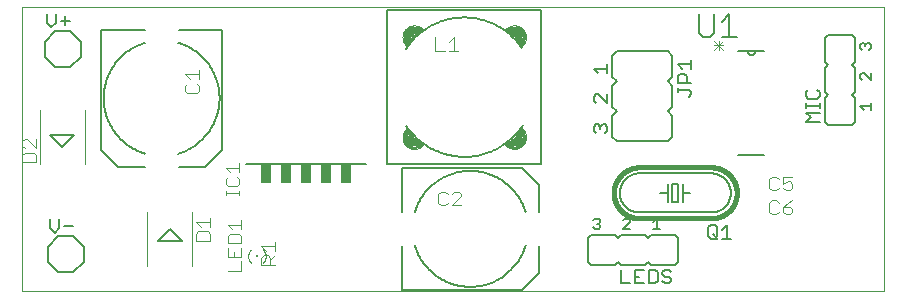
<source format=gto>
G75*
%MOIN*%
%OFA0B0*%
%FSLAX25Y25*%
%IPPOS*%
%LPD*%
%AMOC8*
5,1,8,0,0,1.08239X$1,22.5*
%
%ADD10C,0.00000*%
%ADD11C,0.00800*%
%ADD12C,0.00400*%
%ADD13R,0.03800X0.06600*%
%ADD14C,0.00600*%
%ADD15C,0.00500*%
%ADD16R,0.00787X0.00787*%
%ADD17R,0.00984X0.00591*%
%ADD18C,0.01600*%
%ADD19C,0.00300*%
D10*
X0019583Y0001600D02*
X0019583Y0096128D01*
X0306985Y0096128D01*
X0306985Y0001600D01*
X0019583Y0001600D01*
D11*
X0065095Y0018045D02*
X0072969Y0018045D01*
X0069032Y0022072D01*
X0065095Y0018045D01*
X0146276Y0016482D02*
X0146276Y0001915D01*
X0186237Y0001915D01*
X0191946Y0007624D01*
X0191946Y0016482D01*
X0187615Y0027703D02*
X0187475Y0028153D01*
X0187324Y0028599D01*
X0187162Y0029041D01*
X0186989Y0029480D01*
X0186806Y0029914D01*
X0186612Y0030344D01*
X0186408Y0030768D01*
X0186194Y0031188D01*
X0185969Y0031602D01*
X0185734Y0032011D01*
X0185490Y0032413D01*
X0185235Y0032810D01*
X0184972Y0033200D01*
X0184698Y0033584D01*
X0184415Y0033961D01*
X0184124Y0034331D01*
X0183823Y0034694D01*
X0183513Y0035049D01*
X0183195Y0035397D01*
X0182869Y0035736D01*
X0182534Y0036068D01*
X0182192Y0036392D01*
X0181841Y0036707D01*
X0181483Y0037013D01*
X0181118Y0037310D01*
X0180745Y0037599D01*
X0180366Y0037878D01*
X0179980Y0038148D01*
X0179587Y0038409D01*
X0179188Y0038660D01*
X0178783Y0038901D01*
X0178373Y0039132D01*
X0177956Y0039353D01*
X0177535Y0039563D01*
X0177109Y0039764D01*
X0176677Y0039954D01*
X0176242Y0040133D01*
X0175802Y0040302D01*
X0175358Y0040460D01*
X0174910Y0040607D01*
X0174459Y0040743D01*
X0174005Y0040868D01*
X0173547Y0040981D01*
X0173088Y0041084D01*
X0172625Y0041175D01*
X0172161Y0041256D01*
X0171695Y0041324D01*
X0171227Y0041382D01*
X0170758Y0041428D01*
X0170288Y0041462D01*
X0169818Y0041485D01*
X0169347Y0041497D01*
X0168875Y0041497D01*
X0168404Y0041485D01*
X0167934Y0041462D01*
X0167464Y0041428D01*
X0166995Y0041382D01*
X0166527Y0041324D01*
X0166061Y0041256D01*
X0165597Y0041175D01*
X0165134Y0041084D01*
X0164675Y0040981D01*
X0164217Y0040868D01*
X0163763Y0040743D01*
X0163312Y0040607D01*
X0162864Y0040460D01*
X0162420Y0040302D01*
X0161980Y0040133D01*
X0161545Y0039954D01*
X0161113Y0039764D01*
X0160687Y0039563D01*
X0160266Y0039353D01*
X0159849Y0039132D01*
X0159439Y0038901D01*
X0159034Y0038660D01*
X0158635Y0038409D01*
X0158242Y0038148D01*
X0157856Y0037878D01*
X0157477Y0037599D01*
X0157104Y0037310D01*
X0156739Y0037013D01*
X0156381Y0036707D01*
X0156030Y0036392D01*
X0155688Y0036068D01*
X0155353Y0035736D01*
X0155027Y0035397D01*
X0154709Y0035049D01*
X0154399Y0034694D01*
X0154098Y0034331D01*
X0153807Y0033961D01*
X0153524Y0033584D01*
X0153250Y0033200D01*
X0152987Y0032810D01*
X0152732Y0032413D01*
X0152488Y0032011D01*
X0152253Y0031602D01*
X0152028Y0031188D01*
X0151814Y0030768D01*
X0151610Y0030344D01*
X0151416Y0029914D01*
X0151233Y0029480D01*
X0151060Y0029041D01*
X0150898Y0028599D01*
X0150747Y0028153D01*
X0150607Y0027703D01*
X0146276Y0027899D02*
X0146276Y0042466D01*
X0186237Y0042466D01*
X0191946Y0036757D01*
X0191946Y0027899D01*
X0187615Y0016679D02*
X0187475Y0016229D01*
X0187324Y0015783D01*
X0187162Y0015341D01*
X0186989Y0014902D01*
X0186806Y0014468D01*
X0186612Y0014038D01*
X0186408Y0013614D01*
X0186194Y0013194D01*
X0185969Y0012780D01*
X0185734Y0012371D01*
X0185490Y0011969D01*
X0185235Y0011572D01*
X0184972Y0011182D01*
X0184698Y0010798D01*
X0184415Y0010421D01*
X0184124Y0010051D01*
X0183823Y0009688D01*
X0183513Y0009333D01*
X0183195Y0008985D01*
X0182869Y0008646D01*
X0182534Y0008314D01*
X0182192Y0007990D01*
X0181841Y0007675D01*
X0181483Y0007369D01*
X0181118Y0007072D01*
X0180745Y0006783D01*
X0180366Y0006504D01*
X0179980Y0006234D01*
X0179587Y0005973D01*
X0179188Y0005722D01*
X0178783Y0005481D01*
X0178373Y0005250D01*
X0177956Y0005029D01*
X0177535Y0004819D01*
X0177109Y0004618D01*
X0176677Y0004428D01*
X0176242Y0004249D01*
X0175802Y0004080D01*
X0175358Y0003922D01*
X0174910Y0003775D01*
X0174459Y0003639D01*
X0174005Y0003514D01*
X0173547Y0003401D01*
X0173088Y0003298D01*
X0172625Y0003207D01*
X0172161Y0003126D01*
X0171695Y0003058D01*
X0171227Y0003000D01*
X0170758Y0002954D01*
X0170288Y0002920D01*
X0169818Y0002897D01*
X0169347Y0002885D01*
X0168875Y0002885D01*
X0168404Y0002897D01*
X0167934Y0002920D01*
X0167464Y0002954D01*
X0166995Y0003000D01*
X0166527Y0003058D01*
X0166061Y0003126D01*
X0165597Y0003207D01*
X0165134Y0003298D01*
X0164675Y0003401D01*
X0164217Y0003514D01*
X0163763Y0003639D01*
X0163312Y0003775D01*
X0162864Y0003922D01*
X0162420Y0004080D01*
X0161980Y0004249D01*
X0161545Y0004428D01*
X0161113Y0004618D01*
X0160687Y0004819D01*
X0160266Y0005029D01*
X0159849Y0005250D01*
X0159439Y0005481D01*
X0159034Y0005722D01*
X0158635Y0005973D01*
X0158242Y0006234D01*
X0157856Y0006504D01*
X0157477Y0006783D01*
X0157104Y0007072D01*
X0156739Y0007369D01*
X0156381Y0007675D01*
X0156030Y0007990D01*
X0155688Y0008314D01*
X0155353Y0008646D01*
X0155027Y0008985D01*
X0154709Y0009333D01*
X0154399Y0009688D01*
X0154098Y0010051D01*
X0153807Y0010421D01*
X0153524Y0010798D01*
X0153250Y0011182D01*
X0152987Y0011572D01*
X0152732Y0011969D01*
X0152488Y0012371D01*
X0152253Y0012780D01*
X0152028Y0013194D01*
X0151814Y0013614D01*
X0151610Y0014038D01*
X0151416Y0014468D01*
X0151233Y0014902D01*
X0151060Y0015341D01*
X0150898Y0015783D01*
X0150747Y0016229D01*
X0150607Y0016679D01*
X0086552Y0048608D02*
X0080843Y0042899D01*
X0071985Y0042899D01*
X0060568Y0042899D02*
X0051709Y0042899D01*
X0046001Y0048608D01*
X0046001Y0088569D01*
X0060568Y0088569D01*
X0071985Y0088569D02*
X0086552Y0088569D01*
X0086552Y0048608D01*
X0094371Y0043883D02*
X0134481Y0043883D01*
X0141552Y0043844D02*
X0141552Y0095025D01*
X0192831Y0095025D01*
X0192831Y0043844D01*
X0141552Y0043844D01*
X0071788Y0047230D02*
X0072238Y0047370D01*
X0072684Y0047521D01*
X0073126Y0047683D01*
X0073565Y0047856D01*
X0073999Y0048039D01*
X0074429Y0048233D01*
X0074853Y0048437D01*
X0075273Y0048651D01*
X0075687Y0048876D01*
X0076096Y0049111D01*
X0076498Y0049355D01*
X0076895Y0049610D01*
X0077285Y0049873D01*
X0077669Y0050147D01*
X0078046Y0050430D01*
X0078416Y0050721D01*
X0078779Y0051022D01*
X0079134Y0051332D01*
X0079482Y0051650D01*
X0079821Y0051976D01*
X0080153Y0052311D01*
X0080477Y0052653D01*
X0080792Y0053004D01*
X0081098Y0053362D01*
X0081395Y0053727D01*
X0081684Y0054100D01*
X0081963Y0054479D01*
X0082233Y0054865D01*
X0082494Y0055258D01*
X0082745Y0055657D01*
X0082986Y0056062D01*
X0083217Y0056472D01*
X0083438Y0056889D01*
X0083648Y0057310D01*
X0083849Y0057736D01*
X0084039Y0058168D01*
X0084218Y0058603D01*
X0084387Y0059043D01*
X0084545Y0059487D01*
X0084692Y0059935D01*
X0084828Y0060386D01*
X0084953Y0060840D01*
X0085066Y0061298D01*
X0085169Y0061757D01*
X0085260Y0062220D01*
X0085341Y0062684D01*
X0085409Y0063150D01*
X0085467Y0063618D01*
X0085513Y0064087D01*
X0085547Y0064557D01*
X0085570Y0065027D01*
X0085582Y0065498D01*
X0085582Y0065970D01*
X0085570Y0066441D01*
X0085547Y0066911D01*
X0085513Y0067381D01*
X0085467Y0067850D01*
X0085409Y0068318D01*
X0085341Y0068784D01*
X0085260Y0069248D01*
X0085169Y0069711D01*
X0085066Y0070170D01*
X0084953Y0070628D01*
X0084828Y0071082D01*
X0084692Y0071533D01*
X0084545Y0071981D01*
X0084387Y0072425D01*
X0084218Y0072865D01*
X0084039Y0073300D01*
X0083849Y0073732D01*
X0083648Y0074158D01*
X0083438Y0074579D01*
X0083217Y0074996D01*
X0082986Y0075406D01*
X0082745Y0075811D01*
X0082494Y0076210D01*
X0082233Y0076603D01*
X0081963Y0076989D01*
X0081684Y0077368D01*
X0081395Y0077741D01*
X0081098Y0078106D01*
X0080792Y0078464D01*
X0080477Y0078815D01*
X0080153Y0079157D01*
X0079821Y0079492D01*
X0079482Y0079818D01*
X0079134Y0080136D01*
X0078779Y0080446D01*
X0078416Y0080747D01*
X0078046Y0081038D01*
X0077669Y0081321D01*
X0077285Y0081595D01*
X0076895Y0081858D01*
X0076498Y0082113D01*
X0076096Y0082357D01*
X0075687Y0082592D01*
X0075273Y0082817D01*
X0074853Y0083031D01*
X0074429Y0083235D01*
X0073999Y0083429D01*
X0073565Y0083612D01*
X0073126Y0083785D01*
X0072684Y0083947D01*
X0072238Y0084098D01*
X0071788Y0084238D01*
X0060764Y0084238D02*
X0060314Y0084098D01*
X0059868Y0083947D01*
X0059426Y0083785D01*
X0058987Y0083612D01*
X0058553Y0083429D01*
X0058123Y0083235D01*
X0057699Y0083031D01*
X0057279Y0082817D01*
X0056865Y0082592D01*
X0056456Y0082357D01*
X0056054Y0082113D01*
X0055657Y0081858D01*
X0055267Y0081595D01*
X0054883Y0081321D01*
X0054506Y0081038D01*
X0054136Y0080747D01*
X0053773Y0080446D01*
X0053418Y0080136D01*
X0053070Y0079818D01*
X0052731Y0079492D01*
X0052399Y0079157D01*
X0052075Y0078815D01*
X0051760Y0078464D01*
X0051454Y0078106D01*
X0051157Y0077741D01*
X0050868Y0077368D01*
X0050589Y0076989D01*
X0050319Y0076603D01*
X0050058Y0076210D01*
X0049807Y0075811D01*
X0049566Y0075406D01*
X0049335Y0074996D01*
X0049114Y0074579D01*
X0048904Y0074158D01*
X0048703Y0073732D01*
X0048513Y0073300D01*
X0048334Y0072865D01*
X0048165Y0072425D01*
X0048007Y0071981D01*
X0047860Y0071533D01*
X0047724Y0071082D01*
X0047599Y0070628D01*
X0047486Y0070170D01*
X0047383Y0069711D01*
X0047292Y0069248D01*
X0047211Y0068784D01*
X0047143Y0068318D01*
X0047085Y0067850D01*
X0047039Y0067381D01*
X0047005Y0066911D01*
X0046982Y0066441D01*
X0046970Y0065970D01*
X0046970Y0065498D01*
X0046982Y0065027D01*
X0047005Y0064557D01*
X0047039Y0064087D01*
X0047085Y0063618D01*
X0047143Y0063150D01*
X0047211Y0062684D01*
X0047292Y0062220D01*
X0047383Y0061757D01*
X0047486Y0061298D01*
X0047599Y0060840D01*
X0047724Y0060386D01*
X0047860Y0059935D01*
X0048007Y0059487D01*
X0048165Y0059043D01*
X0048334Y0058603D01*
X0048513Y0058168D01*
X0048703Y0057736D01*
X0048904Y0057310D01*
X0049114Y0056889D01*
X0049335Y0056472D01*
X0049566Y0056062D01*
X0049807Y0055657D01*
X0050058Y0055258D01*
X0050319Y0054865D01*
X0050589Y0054479D01*
X0050868Y0054100D01*
X0051157Y0053727D01*
X0051454Y0053362D01*
X0051760Y0053004D01*
X0052075Y0052653D01*
X0052399Y0052311D01*
X0052731Y0051976D01*
X0053070Y0051650D01*
X0053418Y0051332D01*
X0053773Y0051022D01*
X0054136Y0050721D01*
X0054506Y0050430D01*
X0054883Y0050147D01*
X0055267Y0049873D01*
X0055657Y0049610D01*
X0056054Y0049355D01*
X0056456Y0049111D01*
X0056865Y0048876D01*
X0057279Y0048651D01*
X0057699Y0048437D01*
X0058123Y0048233D01*
X0058553Y0048039D01*
X0058987Y0047856D01*
X0059426Y0047683D01*
X0059868Y0047521D01*
X0060314Y0047370D01*
X0060764Y0047230D01*
X0037064Y0053580D02*
X0029190Y0053580D01*
X0033127Y0049553D01*
X0037064Y0053580D01*
X0147654Y0082132D02*
X0147968Y0082599D01*
X0148292Y0083060D01*
X0148628Y0083512D01*
X0148975Y0083955D01*
X0149332Y0084391D01*
X0149700Y0084817D01*
X0150078Y0085235D01*
X0150466Y0085643D01*
X0150864Y0086041D01*
X0151271Y0086430D01*
X0151688Y0086809D01*
X0152114Y0087178D01*
X0152548Y0087536D01*
X0152992Y0087884D01*
X0153443Y0088220D01*
X0153902Y0088546D01*
X0154370Y0088860D01*
X0154844Y0089163D01*
X0155326Y0089455D01*
X0155815Y0089735D01*
X0156310Y0090002D01*
X0156812Y0090258D01*
X0157320Y0090501D01*
X0157834Y0090732D01*
X0158353Y0090951D01*
X0158877Y0091157D01*
X0159406Y0091350D01*
X0159939Y0091530D01*
X0160477Y0091697D01*
X0161019Y0091851D01*
X0161564Y0091992D01*
X0162113Y0092120D01*
X0162664Y0092235D01*
X0163218Y0092335D01*
X0163774Y0092423D01*
X0164333Y0092497D01*
X0164893Y0092557D01*
X0165454Y0092604D01*
X0166016Y0092637D01*
X0166579Y0092657D01*
X0167142Y0092663D01*
X0245451Y0093665D02*
X0245451Y0087493D01*
X0246686Y0086259D01*
X0249154Y0086259D01*
X0250389Y0087493D01*
X0250389Y0093665D01*
X0253002Y0091197D02*
X0255470Y0093665D01*
X0255470Y0086259D01*
X0253002Y0086259D02*
X0257939Y0086259D01*
X0186631Y0056738D02*
X0186317Y0056271D01*
X0185993Y0055810D01*
X0185657Y0055358D01*
X0185310Y0054915D01*
X0184953Y0054479D01*
X0184585Y0054053D01*
X0184207Y0053635D01*
X0183819Y0053227D01*
X0183421Y0052829D01*
X0183014Y0052440D01*
X0182597Y0052061D01*
X0182171Y0051692D01*
X0181737Y0051334D01*
X0181293Y0050986D01*
X0180842Y0050650D01*
X0180383Y0050324D01*
X0179915Y0050010D01*
X0179441Y0049707D01*
X0178959Y0049415D01*
X0178470Y0049135D01*
X0177975Y0048868D01*
X0177473Y0048612D01*
X0176965Y0048369D01*
X0176451Y0048138D01*
X0175932Y0047919D01*
X0175408Y0047713D01*
X0174879Y0047520D01*
X0174346Y0047340D01*
X0173808Y0047173D01*
X0173266Y0047019D01*
X0172721Y0046878D01*
X0172172Y0046750D01*
X0171621Y0046635D01*
X0171067Y0046535D01*
X0170511Y0046447D01*
X0169952Y0046373D01*
X0169392Y0046313D01*
X0168831Y0046266D01*
X0168269Y0046233D01*
X0167706Y0046213D01*
X0167143Y0046207D01*
X0167142Y0046207D02*
X0166572Y0046215D01*
X0166003Y0046236D01*
X0165435Y0046272D01*
X0164867Y0046322D01*
X0164301Y0046385D01*
X0163737Y0046462D01*
X0163174Y0046554D01*
X0162614Y0046659D01*
X0162057Y0046777D01*
X0161503Y0046909D01*
X0160952Y0047055D01*
X0160405Y0047214D01*
X0159862Y0047387D01*
X0159324Y0047573D01*
X0158790Y0047772D01*
X0158261Y0047984D01*
X0157738Y0048209D01*
X0157220Y0048447D01*
X0156709Y0048697D01*
X0156203Y0048960D01*
X0155704Y0049235D01*
X0155212Y0049522D01*
X0154728Y0049822D01*
X0154251Y0050133D01*
X0153781Y0050455D01*
X0153320Y0050790D01*
X0152867Y0051135D01*
X0152422Y0051491D01*
X0151986Y0051858D01*
X0151560Y0052236D01*
X0151143Y0052624D01*
X0150735Y0053022D01*
X0150338Y0053430D01*
X0149950Y0053848D01*
X0149573Y0054275D01*
X0149207Y0054711D01*
X0148851Y0055156D01*
X0148507Y0055610D01*
X0148173Y0056072D01*
X0147851Y0056542D01*
X0167143Y0092663D02*
X0167713Y0092655D01*
X0168282Y0092634D01*
X0168850Y0092598D01*
X0169418Y0092548D01*
X0169984Y0092485D01*
X0170548Y0092408D01*
X0171111Y0092316D01*
X0171671Y0092211D01*
X0172228Y0092093D01*
X0172782Y0091961D01*
X0173333Y0091815D01*
X0173880Y0091656D01*
X0174423Y0091483D01*
X0174961Y0091297D01*
X0175495Y0091098D01*
X0176024Y0090886D01*
X0176547Y0090661D01*
X0177065Y0090423D01*
X0177576Y0090173D01*
X0178082Y0089910D01*
X0178581Y0089635D01*
X0179073Y0089348D01*
X0179557Y0089048D01*
X0180034Y0088737D01*
X0180504Y0088415D01*
X0180965Y0088080D01*
X0181418Y0087735D01*
X0181863Y0087379D01*
X0182299Y0087012D01*
X0182725Y0086634D01*
X0183142Y0086246D01*
X0183550Y0085848D01*
X0183947Y0085440D01*
X0184335Y0085022D01*
X0184712Y0084595D01*
X0185078Y0084159D01*
X0185434Y0083714D01*
X0185778Y0083260D01*
X0186112Y0082798D01*
X0186434Y0082328D01*
D12*
X0186229Y0083050D02*
X0184103Y0086026D01*
X0184103Y0086025D02*
X0184112Y0086058D01*
X0184116Y0086092D01*
X0184117Y0086126D01*
X0184114Y0086160D01*
X0184107Y0086193D01*
X0184097Y0086225D01*
X0184083Y0086256D01*
X0184066Y0086286D01*
X0184045Y0086313D01*
X0184022Y0086337D01*
X0183996Y0086359D01*
X0183968Y0086379D01*
X0183938Y0086394D01*
X0183907Y0086407D01*
X0183874Y0086415D01*
X0183840Y0086421D01*
X0183806Y0086422D01*
X0183772Y0086420D01*
X0183739Y0086413D01*
X0183707Y0086404D01*
X0180633Y0088386D01*
X0180706Y0088486D01*
X0180783Y0088583D01*
X0180863Y0088678D01*
X0180945Y0088770D01*
X0181031Y0088860D01*
X0181119Y0088946D01*
X0181210Y0089030D01*
X0181304Y0089111D01*
X0181400Y0089189D01*
X0181499Y0089264D01*
X0181600Y0089336D01*
X0181703Y0089404D01*
X0181808Y0089470D01*
X0181916Y0089531D01*
X0182025Y0089590D01*
X0182136Y0089645D01*
X0182249Y0089696D01*
X0182363Y0089744D01*
X0182479Y0089788D01*
X0182596Y0089828D01*
X0182714Y0089865D01*
X0182833Y0089898D01*
X0182954Y0089927D01*
X0183075Y0089952D01*
X0183197Y0089973D01*
X0183320Y0089991D01*
X0183443Y0090005D01*
X0183566Y0090014D01*
X0183690Y0090020D01*
X0183814Y0090022D01*
X0183937Y0090020D01*
X0184061Y0090014D01*
X0184185Y0090004D01*
X0184308Y0089990D01*
X0184430Y0089973D01*
X0184552Y0089951D01*
X0184673Y0089926D01*
X0184794Y0089896D01*
X0184913Y0089863D01*
X0185031Y0089826D01*
X0185148Y0089786D01*
X0185264Y0089742D01*
X0185378Y0089694D01*
X0185491Y0089642D01*
X0185602Y0089587D01*
X0185711Y0089529D01*
X0185818Y0089467D01*
X0185923Y0089402D01*
X0186026Y0089333D01*
X0186127Y0089261D01*
X0186226Y0089186D01*
X0186322Y0089108D01*
X0186416Y0089027D01*
X0186507Y0088943D01*
X0186595Y0088856D01*
X0186680Y0088766D01*
X0186763Y0088674D01*
X0186842Y0088579D01*
X0186919Y0088482D01*
X0186992Y0088382D01*
X0187063Y0088280D01*
X0187130Y0088176D01*
X0187193Y0088070D01*
X0187254Y0087962D01*
X0187310Y0087851D01*
X0187364Y0087740D01*
X0187413Y0087626D01*
X0187459Y0087511D01*
X0187502Y0087395D01*
X0187540Y0087277D01*
X0187575Y0087158D01*
X0187606Y0087039D01*
X0187634Y0086918D01*
X0187657Y0086796D01*
X0187677Y0086674D01*
X0187693Y0086551D01*
X0187705Y0086428D01*
X0187712Y0086304D01*
X0187716Y0086180D01*
X0187717Y0086057D01*
X0187713Y0085933D01*
X0187705Y0085809D01*
X0187693Y0085686D01*
X0187678Y0085563D01*
X0187658Y0085441D01*
X0187635Y0085319D01*
X0187608Y0085198D01*
X0187577Y0085078D01*
X0187542Y0084960D01*
X0187503Y0084842D01*
X0187461Y0084725D01*
X0187415Y0084610D01*
X0187366Y0084497D01*
X0187313Y0084385D01*
X0187256Y0084275D01*
X0187196Y0084167D01*
X0187132Y0084060D01*
X0187065Y0083956D01*
X0186995Y0083854D01*
X0186922Y0083754D01*
X0186846Y0083657D01*
X0186766Y0083562D01*
X0186684Y0083469D01*
X0186598Y0083380D01*
X0186510Y0083293D01*
X0186419Y0083209D01*
X0186326Y0083127D01*
X0186230Y0083049D01*
X0186010Y0083359D01*
X0186101Y0083434D01*
X0186190Y0083512D01*
X0186276Y0083593D01*
X0186359Y0083677D01*
X0186439Y0083764D01*
X0186516Y0083853D01*
X0186590Y0083945D01*
X0186661Y0084039D01*
X0186729Y0084135D01*
X0186794Y0084234D01*
X0186855Y0084335D01*
X0186913Y0084438D01*
X0186968Y0084542D01*
X0187018Y0084649D01*
X0187066Y0084757D01*
X0187109Y0084867D01*
X0187149Y0084978D01*
X0187186Y0085090D01*
X0187218Y0085204D01*
X0187247Y0085318D01*
X0187271Y0085433D01*
X0187292Y0085550D01*
X0187309Y0085666D01*
X0187322Y0085784D01*
X0187331Y0085901D01*
X0187337Y0086019D01*
X0187338Y0086137D01*
X0187335Y0086255D01*
X0187329Y0086373D01*
X0187318Y0086491D01*
X0187304Y0086608D01*
X0187285Y0086724D01*
X0187263Y0086840D01*
X0187237Y0086955D01*
X0187207Y0087069D01*
X0187173Y0087183D01*
X0187135Y0087294D01*
X0187094Y0087405D01*
X0187049Y0087514D01*
X0187000Y0087622D01*
X0186948Y0087728D01*
X0186893Y0087832D01*
X0186833Y0087934D01*
X0186771Y0088034D01*
X0186705Y0088132D01*
X0186636Y0088228D01*
X0186564Y0088321D01*
X0186489Y0088412D01*
X0186410Y0088500D01*
X0186329Y0088586D01*
X0186245Y0088669D01*
X0186158Y0088749D01*
X0186069Y0088826D01*
X0185977Y0088900D01*
X0185883Y0088971D01*
X0185786Y0089038D01*
X0185687Y0089103D01*
X0185586Y0089164D01*
X0185483Y0089221D01*
X0185378Y0089276D01*
X0185272Y0089326D01*
X0185163Y0089373D01*
X0185054Y0089417D01*
X0184943Y0089457D01*
X0184830Y0089493D01*
X0184717Y0089525D01*
X0184602Y0089553D01*
X0184487Y0089578D01*
X0184370Y0089598D01*
X0184254Y0089615D01*
X0184136Y0089628D01*
X0184019Y0089637D01*
X0183901Y0089642D01*
X0183783Y0089643D01*
X0183665Y0089640D01*
X0183547Y0089633D01*
X0183429Y0089622D01*
X0183312Y0089608D01*
X0183196Y0089589D01*
X0183080Y0089566D01*
X0182965Y0089540D01*
X0182851Y0089510D01*
X0182738Y0089476D01*
X0182626Y0089438D01*
X0182515Y0089396D01*
X0182406Y0089351D01*
X0182299Y0089302D01*
X0182193Y0089250D01*
X0182089Y0089194D01*
X0181987Y0089135D01*
X0181887Y0089072D01*
X0181789Y0089006D01*
X0181694Y0088937D01*
X0181601Y0088864D01*
X0181510Y0088789D01*
X0181422Y0088710D01*
X0181336Y0088629D01*
X0181254Y0088545D01*
X0181174Y0088458D01*
X0181097Y0088368D01*
X0181023Y0088276D01*
X0180952Y0088182D01*
X0181272Y0087977D01*
X0181340Y0088066D01*
X0181410Y0088152D01*
X0181484Y0088236D01*
X0181560Y0088317D01*
X0181640Y0088395D01*
X0181722Y0088471D01*
X0181806Y0088543D01*
X0181894Y0088613D01*
X0181983Y0088679D01*
X0182075Y0088742D01*
X0182169Y0088802D01*
X0182265Y0088858D01*
X0182363Y0088911D01*
X0182463Y0088961D01*
X0182565Y0089007D01*
X0182668Y0089049D01*
X0182773Y0089088D01*
X0182878Y0089123D01*
X0182985Y0089154D01*
X0183094Y0089181D01*
X0183203Y0089205D01*
X0183312Y0089224D01*
X0183423Y0089240D01*
X0183533Y0089252D01*
X0183645Y0089260D01*
X0183756Y0089264D01*
X0183868Y0089263D01*
X0183979Y0089260D01*
X0184090Y0089252D01*
X0184201Y0089240D01*
X0184311Y0089224D01*
X0184421Y0089204D01*
X0184530Y0089181D01*
X0184638Y0089153D01*
X0184745Y0089122D01*
X0184851Y0089087D01*
X0184955Y0089049D01*
X0185059Y0089006D01*
X0185160Y0088960D01*
X0185260Y0088911D01*
X0185358Y0088858D01*
X0185454Y0088801D01*
X0185548Y0088741D01*
X0185640Y0088678D01*
X0185730Y0088612D01*
X0185817Y0088542D01*
X0185901Y0088470D01*
X0185983Y0088394D01*
X0186063Y0088316D01*
X0186139Y0088235D01*
X0186213Y0088151D01*
X0186283Y0088065D01*
X0186351Y0087976D01*
X0186415Y0087885D01*
X0186476Y0087792D01*
X0186534Y0087696D01*
X0186588Y0087599D01*
X0186639Y0087500D01*
X0186686Y0087399D01*
X0186729Y0087296D01*
X0186769Y0087192D01*
X0186806Y0087086D01*
X0186838Y0086980D01*
X0186867Y0086872D01*
X0186892Y0086763D01*
X0186913Y0086654D01*
X0186930Y0086544D01*
X0186943Y0086433D01*
X0186952Y0086322D01*
X0186958Y0086211D01*
X0186959Y0086099D01*
X0186956Y0085988D01*
X0186950Y0085876D01*
X0186939Y0085766D01*
X0186925Y0085655D01*
X0186907Y0085545D01*
X0186885Y0085436D01*
X0186859Y0085327D01*
X0186829Y0085220D01*
X0186795Y0085114D01*
X0186758Y0085009D01*
X0186717Y0084905D01*
X0186672Y0084803D01*
X0186624Y0084702D01*
X0186572Y0084604D01*
X0186517Y0084507D01*
X0186458Y0084412D01*
X0186396Y0084319D01*
X0186331Y0084229D01*
X0186262Y0084141D01*
X0186191Y0084055D01*
X0186116Y0083972D01*
X0186039Y0083892D01*
X0185959Y0083815D01*
X0185876Y0083740D01*
X0185791Y0083668D01*
X0185571Y0083978D01*
X0185650Y0084046D01*
X0185727Y0084117D01*
X0185800Y0084190D01*
X0185871Y0084266D01*
X0185939Y0084345D01*
X0186004Y0084426D01*
X0186066Y0084510D01*
X0186125Y0084595D01*
X0186181Y0084683D01*
X0186233Y0084774D01*
X0186282Y0084865D01*
X0186327Y0084959D01*
X0186368Y0085055D01*
X0186407Y0085151D01*
X0186441Y0085250D01*
X0186472Y0085349D01*
X0186499Y0085449D01*
X0186522Y0085551D01*
X0186541Y0085653D01*
X0186557Y0085756D01*
X0186568Y0085859D01*
X0186576Y0085963D01*
X0186580Y0086067D01*
X0186579Y0086171D01*
X0186575Y0086275D01*
X0186567Y0086379D01*
X0186556Y0086482D01*
X0186540Y0086585D01*
X0186520Y0086687D01*
X0186497Y0086789D01*
X0186470Y0086889D01*
X0186439Y0086989D01*
X0186404Y0087087D01*
X0186366Y0087184D01*
X0186324Y0087279D01*
X0186279Y0087372D01*
X0186230Y0087464D01*
X0186177Y0087554D01*
X0186122Y0087642D01*
X0186063Y0087728D01*
X0186000Y0087811D01*
X0185935Y0087892D01*
X0185867Y0087971D01*
X0185796Y0088047D01*
X0185722Y0088120D01*
X0185645Y0088190D01*
X0185566Y0088258D01*
X0185484Y0088322D01*
X0185400Y0088384D01*
X0185314Y0088442D01*
X0185225Y0088496D01*
X0185135Y0088548D01*
X0185043Y0088596D01*
X0184949Y0088640D01*
X0184853Y0088681D01*
X0184756Y0088719D01*
X0184657Y0088752D01*
X0184558Y0088782D01*
X0184457Y0088809D01*
X0184355Y0088831D01*
X0184253Y0088849D01*
X0184150Y0088864D01*
X0184047Y0088875D01*
X0183943Y0088882D01*
X0183839Y0088885D01*
X0183735Y0088884D01*
X0183631Y0088879D01*
X0183527Y0088870D01*
X0183424Y0088858D01*
X0183321Y0088841D01*
X0183219Y0088821D01*
X0183118Y0088797D01*
X0183018Y0088769D01*
X0182918Y0088737D01*
X0182821Y0088702D01*
X0182724Y0088663D01*
X0182629Y0088620D01*
X0182536Y0088574D01*
X0182444Y0088524D01*
X0182355Y0088471D01*
X0182268Y0088415D01*
X0182182Y0088355D01*
X0182099Y0088293D01*
X0182019Y0088227D01*
X0181941Y0088158D01*
X0181865Y0088086D01*
X0181793Y0088012D01*
X0181723Y0087934D01*
X0181656Y0087855D01*
X0181592Y0087773D01*
X0181912Y0087568D01*
X0181973Y0087643D01*
X0182036Y0087716D01*
X0182102Y0087787D01*
X0182171Y0087855D01*
X0182243Y0087920D01*
X0182317Y0087982D01*
X0182394Y0088041D01*
X0182473Y0088096D01*
X0182554Y0088149D01*
X0182637Y0088198D01*
X0182723Y0088244D01*
X0182810Y0088286D01*
X0182898Y0088325D01*
X0182988Y0088360D01*
X0183080Y0088391D01*
X0183172Y0088419D01*
X0183266Y0088443D01*
X0183361Y0088463D01*
X0183456Y0088480D01*
X0183552Y0088492D01*
X0183648Y0088500D01*
X0183745Y0088505D01*
X0183842Y0088506D01*
X0183938Y0088503D01*
X0184035Y0088495D01*
X0184131Y0088484D01*
X0184227Y0088470D01*
X0184321Y0088451D01*
X0184415Y0088428D01*
X0184509Y0088402D01*
X0184600Y0088372D01*
X0184691Y0088338D01*
X0184780Y0088301D01*
X0184868Y0088260D01*
X0184954Y0088215D01*
X0185038Y0088167D01*
X0185120Y0088116D01*
X0185200Y0088061D01*
X0185277Y0088003D01*
X0185352Y0087943D01*
X0185425Y0087879D01*
X0185495Y0087812D01*
X0185562Y0087742D01*
X0185627Y0087670D01*
X0185688Y0087595D01*
X0185746Y0087518D01*
X0185802Y0087439D01*
X0185853Y0087357D01*
X0185902Y0087274D01*
X0185947Y0087188D01*
X0185989Y0087101D01*
X0186027Y0087012D01*
X0186061Y0086921D01*
X0186092Y0086830D01*
X0186119Y0086737D01*
X0186142Y0086643D01*
X0186162Y0086548D01*
X0186177Y0086453D01*
X0186189Y0086357D01*
X0186197Y0086260D01*
X0186201Y0086164D01*
X0186200Y0086067D01*
X0186197Y0085970D01*
X0186189Y0085874D01*
X0186177Y0085778D01*
X0186161Y0085682D01*
X0186142Y0085588D01*
X0186119Y0085494D01*
X0186092Y0085401D01*
X0186061Y0085309D01*
X0186026Y0085219D01*
X0185988Y0085130D01*
X0185946Y0085043D01*
X0185901Y0084957D01*
X0185853Y0084873D01*
X0185801Y0084792D01*
X0185745Y0084712D01*
X0185687Y0084635D01*
X0185626Y0084561D01*
X0185561Y0084488D01*
X0185494Y0084419D01*
X0185424Y0084352D01*
X0185351Y0084288D01*
X0185131Y0084599D01*
X0185197Y0084659D01*
X0185260Y0084722D01*
X0185321Y0084788D01*
X0185378Y0084856D01*
X0185433Y0084927D01*
X0185484Y0085000D01*
X0185532Y0085075D01*
X0185576Y0085152D01*
X0185617Y0085232D01*
X0185655Y0085313D01*
X0185688Y0085395D01*
X0185718Y0085479D01*
X0185745Y0085564D01*
X0185767Y0085651D01*
X0185786Y0085738D01*
X0185801Y0085826D01*
X0185812Y0085914D01*
X0185819Y0086003D01*
X0185822Y0086092D01*
X0185821Y0086182D01*
X0185816Y0086271D01*
X0185807Y0086360D01*
X0185794Y0086448D01*
X0185778Y0086536D01*
X0185757Y0086622D01*
X0185733Y0086708D01*
X0185705Y0086793D01*
X0185673Y0086876D01*
X0185637Y0086958D01*
X0185598Y0087038D01*
X0185555Y0087117D01*
X0185509Y0087193D01*
X0185460Y0087267D01*
X0185407Y0087339D01*
X0185351Y0087409D01*
X0185293Y0087476D01*
X0185231Y0087540D01*
X0185166Y0087602D01*
X0185099Y0087660D01*
X0185029Y0087716D01*
X0184957Y0087769D01*
X0184883Y0087818D01*
X0184806Y0087864D01*
X0184728Y0087906D01*
X0184647Y0087945D01*
X0184565Y0087980D01*
X0184482Y0088012D01*
X0184397Y0088040D01*
X0184311Y0088064D01*
X0184224Y0088084D01*
X0184137Y0088100D01*
X0184048Y0088113D01*
X0183959Y0088122D01*
X0183870Y0088126D01*
X0183781Y0088127D01*
X0183692Y0088123D01*
X0183603Y0088116D01*
X0183515Y0088105D01*
X0183427Y0088090D01*
X0183339Y0088071D01*
X0183253Y0088048D01*
X0183168Y0088021D01*
X0183084Y0087991D01*
X0183002Y0087957D01*
X0182921Y0087919D01*
X0182842Y0087878D01*
X0182764Y0087833D01*
X0182689Y0087785D01*
X0182616Y0087734D01*
X0182546Y0087679D01*
X0182478Y0087622D01*
X0182412Y0087561D01*
X0182350Y0087497D01*
X0182290Y0087431D01*
X0182233Y0087362D01*
X0182554Y0087157D01*
X0182606Y0087217D01*
X0182662Y0087275D01*
X0182720Y0087330D01*
X0182781Y0087382D01*
X0182844Y0087431D01*
X0182909Y0087476D01*
X0182977Y0087519D01*
X0183047Y0087558D01*
X0183118Y0087594D01*
X0183191Y0087626D01*
X0183266Y0087654D01*
X0183342Y0087679D01*
X0183419Y0087700D01*
X0183497Y0087718D01*
X0183576Y0087731D01*
X0183655Y0087741D01*
X0183735Y0087746D01*
X0183815Y0087748D01*
X0183895Y0087746D01*
X0183975Y0087740D01*
X0184054Y0087730D01*
X0184133Y0087716D01*
X0184211Y0087698D01*
X0184288Y0087677D01*
X0184363Y0087652D01*
X0184438Y0087623D01*
X0184511Y0087590D01*
X0184582Y0087554D01*
X0184652Y0087515D01*
X0184719Y0087472D01*
X0184785Y0087426D01*
X0184848Y0087377D01*
X0184908Y0087324D01*
X0184966Y0087269D01*
X0185021Y0087211D01*
X0185073Y0087151D01*
X0185122Y0087088D01*
X0185168Y0087022D01*
X0185211Y0086955D01*
X0185250Y0086885D01*
X0185286Y0086814D01*
X0185319Y0086741D01*
X0185347Y0086666D01*
X0185373Y0086590D01*
X0185394Y0086513D01*
X0185411Y0086435D01*
X0185425Y0086357D01*
X0185435Y0086277D01*
X0185441Y0086198D01*
X0185443Y0086118D01*
X0185441Y0086038D01*
X0185435Y0085958D01*
X0185426Y0085879D01*
X0185412Y0085800D01*
X0185395Y0085722D01*
X0185374Y0085645D01*
X0185349Y0085569D01*
X0185320Y0085494D01*
X0185288Y0085421D01*
X0185252Y0085350D01*
X0185213Y0085280D01*
X0185170Y0085212D01*
X0185124Y0085147D01*
X0185075Y0085084D01*
X0185023Y0085023D01*
X0184968Y0084965D01*
X0184910Y0084910D01*
X0184689Y0085222D01*
X0184737Y0085272D01*
X0184782Y0085324D01*
X0184824Y0085379D01*
X0184864Y0085436D01*
X0184900Y0085496D01*
X0184932Y0085557D01*
X0184961Y0085619D01*
X0184987Y0085684D01*
X0185009Y0085749D01*
X0185028Y0085816D01*
X0185042Y0085884D01*
X0185053Y0085952D01*
X0185060Y0086021D01*
X0185064Y0086090D01*
X0185063Y0086160D01*
X0185059Y0086229D01*
X0185051Y0086298D01*
X0185039Y0086366D01*
X0185023Y0086433D01*
X0185004Y0086500D01*
X0184981Y0086565D01*
X0184954Y0086629D01*
X0184924Y0086692D01*
X0184890Y0086752D01*
X0184854Y0086811D01*
X0184814Y0086868D01*
X0184771Y0086922D01*
X0184724Y0086974D01*
X0184676Y0087023D01*
X0184624Y0087069D01*
X0184570Y0087113D01*
X0184514Y0087153D01*
X0184456Y0087190D01*
X0184395Y0087224D01*
X0184333Y0087255D01*
X0184269Y0087282D01*
X0184204Y0087306D01*
X0184138Y0087326D01*
X0184071Y0087342D01*
X0184002Y0087354D01*
X0183934Y0087363D01*
X0183865Y0087368D01*
X0183795Y0087369D01*
X0183726Y0087366D01*
X0183657Y0087360D01*
X0183589Y0087349D01*
X0183521Y0087335D01*
X0183454Y0087317D01*
X0183388Y0087295D01*
X0183323Y0087270D01*
X0183260Y0087242D01*
X0183199Y0087209D01*
X0183139Y0087174D01*
X0183082Y0087135D01*
X0183027Y0087093D01*
X0182974Y0087048D01*
X0182924Y0087001D01*
X0182876Y0086950D01*
X0183201Y0086742D01*
X0183244Y0086781D01*
X0183289Y0086817D01*
X0183337Y0086851D01*
X0183387Y0086880D01*
X0183439Y0086907D01*
X0183493Y0086930D01*
X0183548Y0086949D01*
X0183604Y0086965D01*
X0183661Y0086977D01*
X0183719Y0086985D01*
X0183777Y0086989D01*
X0183835Y0086990D01*
X0183893Y0086986D01*
X0183951Y0086979D01*
X0184008Y0086967D01*
X0184065Y0086952D01*
X0184120Y0086934D01*
X0184174Y0086911D01*
X0184226Y0086885D01*
X0184276Y0086856D01*
X0184325Y0086823D01*
X0184371Y0086787D01*
X0184414Y0086749D01*
X0184455Y0086707D01*
X0184493Y0086663D01*
X0184528Y0086616D01*
X0184560Y0086567D01*
X0184588Y0086516D01*
X0184613Y0086463D01*
X0184634Y0086409D01*
X0184652Y0086354D01*
X0184666Y0086297D01*
X0184676Y0086240D01*
X0184683Y0086182D01*
X0184685Y0086123D01*
X0184684Y0086065D01*
X0184678Y0086007D01*
X0184669Y0085950D01*
X0184656Y0085893D01*
X0184639Y0085837D01*
X0184619Y0085782D01*
X0184595Y0085729D01*
X0184567Y0085678D01*
X0184536Y0085628D01*
X0184502Y0085581D01*
X0184465Y0085536D01*
X0184233Y0085857D01*
X0184254Y0085895D01*
X0184272Y0085935D01*
X0184286Y0085976D01*
X0184296Y0086018D01*
X0184303Y0086061D01*
X0184306Y0086104D01*
X0184305Y0086148D01*
X0184300Y0086191D01*
X0184292Y0086233D01*
X0184280Y0086275D01*
X0184264Y0086315D01*
X0184245Y0086354D01*
X0184222Y0086391D01*
X0184197Y0086426D01*
X0184168Y0086459D01*
X0184137Y0086489D01*
X0184103Y0086516D01*
X0184067Y0086540D01*
X0184028Y0086561D01*
X0183989Y0086578D01*
X0183947Y0086592D01*
X0183905Y0086602D01*
X0183862Y0086608D01*
X0183819Y0086611D01*
X0183776Y0086610D01*
X0183733Y0086605D01*
X0183690Y0086596D01*
X0183648Y0086584D01*
X0183608Y0086568D01*
X0183569Y0086548D01*
X0183532Y0086525D01*
X0165173Y0081446D02*
X0162104Y0081446D01*
X0163639Y0081446D02*
X0163639Y0086050D01*
X0162104Y0084515D01*
X0157500Y0086050D02*
X0157500Y0081446D01*
X0160569Y0081446D01*
X0153527Y0088521D02*
X0150551Y0086395D01*
X0150552Y0086395D02*
X0150519Y0086404D01*
X0150485Y0086408D01*
X0150451Y0086409D01*
X0150417Y0086406D01*
X0150384Y0086399D01*
X0150352Y0086389D01*
X0150321Y0086375D01*
X0150291Y0086358D01*
X0150264Y0086337D01*
X0150240Y0086314D01*
X0150218Y0086288D01*
X0150198Y0086260D01*
X0150183Y0086230D01*
X0150170Y0086199D01*
X0150162Y0086166D01*
X0150156Y0086132D01*
X0150155Y0086098D01*
X0150157Y0086064D01*
X0150164Y0086031D01*
X0150173Y0085999D01*
X0148191Y0082925D01*
X0148091Y0082998D01*
X0147994Y0083075D01*
X0147899Y0083155D01*
X0147807Y0083237D01*
X0147717Y0083323D01*
X0147631Y0083411D01*
X0147547Y0083502D01*
X0147466Y0083596D01*
X0147388Y0083692D01*
X0147313Y0083791D01*
X0147241Y0083892D01*
X0147173Y0083995D01*
X0147107Y0084100D01*
X0147046Y0084208D01*
X0146987Y0084317D01*
X0146932Y0084428D01*
X0146881Y0084541D01*
X0146833Y0084655D01*
X0146789Y0084771D01*
X0146749Y0084888D01*
X0146712Y0085006D01*
X0146679Y0085125D01*
X0146650Y0085246D01*
X0146625Y0085367D01*
X0146604Y0085489D01*
X0146586Y0085612D01*
X0146572Y0085735D01*
X0146563Y0085858D01*
X0146557Y0085982D01*
X0146555Y0086106D01*
X0146557Y0086229D01*
X0146563Y0086353D01*
X0146573Y0086477D01*
X0146587Y0086600D01*
X0146604Y0086722D01*
X0146626Y0086844D01*
X0146651Y0086965D01*
X0146681Y0087086D01*
X0146714Y0087205D01*
X0146751Y0087323D01*
X0146791Y0087440D01*
X0146835Y0087556D01*
X0146883Y0087670D01*
X0146935Y0087783D01*
X0146990Y0087894D01*
X0147048Y0088003D01*
X0147110Y0088110D01*
X0147175Y0088215D01*
X0147244Y0088318D01*
X0147316Y0088419D01*
X0147391Y0088518D01*
X0147469Y0088614D01*
X0147550Y0088708D01*
X0147634Y0088799D01*
X0147721Y0088887D01*
X0147811Y0088972D01*
X0147903Y0089055D01*
X0147998Y0089134D01*
X0148095Y0089211D01*
X0148195Y0089284D01*
X0148297Y0089355D01*
X0148401Y0089422D01*
X0148507Y0089485D01*
X0148615Y0089546D01*
X0148726Y0089602D01*
X0148837Y0089656D01*
X0148951Y0089705D01*
X0149066Y0089751D01*
X0149182Y0089794D01*
X0149300Y0089832D01*
X0149419Y0089867D01*
X0149538Y0089898D01*
X0149659Y0089926D01*
X0149781Y0089949D01*
X0149903Y0089969D01*
X0150026Y0089985D01*
X0150149Y0089997D01*
X0150273Y0090004D01*
X0150397Y0090008D01*
X0150520Y0090009D01*
X0150644Y0090005D01*
X0150768Y0089997D01*
X0150891Y0089985D01*
X0151014Y0089970D01*
X0151136Y0089950D01*
X0151258Y0089927D01*
X0151379Y0089900D01*
X0151499Y0089869D01*
X0151617Y0089834D01*
X0151735Y0089795D01*
X0151852Y0089753D01*
X0151967Y0089707D01*
X0152080Y0089658D01*
X0152192Y0089605D01*
X0152302Y0089548D01*
X0152410Y0089488D01*
X0152517Y0089424D01*
X0152621Y0089357D01*
X0152723Y0089287D01*
X0152823Y0089214D01*
X0152920Y0089138D01*
X0153015Y0089058D01*
X0153108Y0088976D01*
X0153197Y0088890D01*
X0153284Y0088802D01*
X0153368Y0088711D01*
X0153450Y0088618D01*
X0153528Y0088522D01*
X0153218Y0088302D01*
X0153143Y0088393D01*
X0153065Y0088482D01*
X0152984Y0088568D01*
X0152900Y0088651D01*
X0152813Y0088731D01*
X0152724Y0088808D01*
X0152632Y0088882D01*
X0152538Y0088953D01*
X0152442Y0089021D01*
X0152343Y0089086D01*
X0152242Y0089147D01*
X0152139Y0089205D01*
X0152035Y0089260D01*
X0151928Y0089310D01*
X0151820Y0089358D01*
X0151710Y0089401D01*
X0151599Y0089441D01*
X0151487Y0089478D01*
X0151373Y0089510D01*
X0151259Y0089539D01*
X0151144Y0089563D01*
X0151027Y0089584D01*
X0150911Y0089601D01*
X0150793Y0089614D01*
X0150676Y0089623D01*
X0150558Y0089629D01*
X0150440Y0089630D01*
X0150322Y0089627D01*
X0150204Y0089621D01*
X0150086Y0089610D01*
X0149969Y0089596D01*
X0149853Y0089577D01*
X0149737Y0089555D01*
X0149622Y0089529D01*
X0149508Y0089499D01*
X0149394Y0089465D01*
X0149283Y0089427D01*
X0149172Y0089386D01*
X0149063Y0089341D01*
X0148955Y0089292D01*
X0148849Y0089240D01*
X0148745Y0089185D01*
X0148643Y0089125D01*
X0148543Y0089063D01*
X0148445Y0088997D01*
X0148349Y0088928D01*
X0148256Y0088856D01*
X0148165Y0088781D01*
X0148077Y0088702D01*
X0147991Y0088621D01*
X0147908Y0088537D01*
X0147828Y0088450D01*
X0147751Y0088361D01*
X0147677Y0088269D01*
X0147606Y0088175D01*
X0147539Y0088078D01*
X0147474Y0087979D01*
X0147413Y0087878D01*
X0147356Y0087775D01*
X0147301Y0087670D01*
X0147251Y0087564D01*
X0147204Y0087455D01*
X0147160Y0087346D01*
X0147120Y0087235D01*
X0147084Y0087122D01*
X0147052Y0087009D01*
X0147024Y0086894D01*
X0146999Y0086779D01*
X0146979Y0086662D01*
X0146962Y0086546D01*
X0146949Y0086428D01*
X0146940Y0086311D01*
X0146935Y0086193D01*
X0146934Y0086075D01*
X0146937Y0085957D01*
X0146944Y0085839D01*
X0146955Y0085721D01*
X0146969Y0085604D01*
X0146988Y0085488D01*
X0147011Y0085372D01*
X0147037Y0085257D01*
X0147067Y0085143D01*
X0147101Y0085030D01*
X0147139Y0084918D01*
X0147181Y0084807D01*
X0147226Y0084698D01*
X0147275Y0084591D01*
X0147327Y0084485D01*
X0147383Y0084381D01*
X0147442Y0084279D01*
X0147505Y0084179D01*
X0147571Y0084081D01*
X0147640Y0083986D01*
X0147713Y0083893D01*
X0147788Y0083802D01*
X0147867Y0083714D01*
X0147948Y0083628D01*
X0148032Y0083546D01*
X0148119Y0083466D01*
X0148209Y0083389D01*
X0148301Y0083315D01*
X0148395Y0083244D01*
X0148600Y0083564D01*
X0148511Y0083632D01*
X0148425Y0083702D01*
X0148341Y0083776D01*
X0148260Y0083852D01*
X0148182Y0083932D01*
X0148106Y0084014D01*
X0148034Y0084098D01*
X0147964Y0084186D01*
X0147898Y0084275D01*
X0147835Y0084367D01*
X0147775Y0084461D01*
X0147719Y0084557D01*
X0147666Y0084655D01*
X0147616Y0084755D01*
X0147570Y0084857D01*
X0147528Y0084960D01*
X0147489Y0085065D01*
X0147454Y0085170D01*
X0147423Y0085277D01*
X0147396Y0085386D01*
X0147372Y0085495D01*
X0147353Y0085604D01*
X0147337Y0085715D01*
X0147325Y0085825D01*
X0147317Y0085937D01*
X0147313Y0086048D01*
X0147314Y0086160D01*
X0147317Y0086271D01*
X0147325Y0086382D01*
X0147337Y0086493D01*
X0147353Y0086603D01*
X0147373Y0086713D01*
X0147396Y0086822D01*
X0147424Y0086930D01*
X0147455Y0087037D01*
X0147490Y0087143D01*
X0147528Y0087247D01*
X0147571Y0087351D01*
X0147617Y0087452D01*
X0147666Y0087552D01*
X0147719Y0087650D01*
X0147776Y0087746D01*
X0147836Y0087840D01*
X0147899Y0087932D01*
X0147965Y0088022D01*
X0148035Y0088109D01*
X0148107Y0088193D01*
X0148183Y0088275D01*
X0148261Y0088355D01*
X0148342Y0088431D01*
X0148426Y0088505D01*
X0148512Y0088575D01*
X0148601Y0088643D01*
X0148692Y0088707D01*
X0148785Y0088768D01*
X0148881Y0088826D01*
X0148978Y0088880D01*
X0149077Y0088931D01*
X0149178Y0088978D01*
X0149281Y0089021D01*
X0149385Y0089061D01*
X0149491Y0089098D01*
X0149597Y0089130D01*
X0149705Y0089159D01*
X0149814Y0089184D01*
X0149923Y0089205D01*
X0150033Y0089222D01*
X0150144Y0089235D01*
X0150255Y0089244D01*
X0150366Y0089250D01*
X0150478Y0089251D01*
X0150589Y0089248D01*
X0150701Y0089242D01*
X0150811Y0089231D01*
X0150922Y0089217D01*
X0151032Y0089199D01*
X0151141Y0089177D01*
X0151250Y0089151D01*
X0151357Y0089121D01*
X0151463Y0089087D01*
X0151568Y0089050D01*
X0151672Y0089009D01*
X0151774Y0088964D01*
X0151875Y0088916D01*
X0151973Y0088864D01*
X0152070Y0088809D01*
X0152165Y0088750D01*
X0152258Y0088688D01*
X0152348Y0088623D01*
X0152436Y0088554D01*
X0152522Y0088483D01*
X0152605Y0088408D01*
X0152685Y0088331D01*
X0152762Y0088251D01*
X0152837Y0088168D01*
X0152909Y0088083D01*
X0152599Y0087863D01*
X0152531Y0087942D01*
X0152460Y0088019D01*
X0152387Y0088092D01*
X0152311Y0088163D01*
X0152232Y0088231D01*
X0152151Y0088296D01*
X0152067Y0088358D01*
X0151982Y0088417D01*
X0151894Y0088473D01*
X0151803Y0088525D01*
X0151712Y0088574D01*
X0151618Y0088619D01*
X0151522Y0088660D01*
X0151426Y0088699D01*
X0151327Y0088733D01*
X0151228Y0088764D01*
X0151128Y0088791D01*
X0151026Y0088814D01*
X0150924Y0088833D01*
X0150821Y0088849D01*
X0150718Y0088860D01*
X0150614Y0088868D01*
X0150510Y0088872D01*
X0150406Y0088871D01*
X0150302Y0088867D01*
X0150198Y0088859D01*
X0150095Y0088848D01*
X0149992Y0088832D01*
X0149890Y0088812D01*
X0149788Y0088789D01*
X0149688Y0088762D01*
X0149588Y0088731D01*
X0149490Y0088696D01*
X0149393Y0088658D01*
X0149298Y0088616D01*
X0149205Y0088571D01*
X0149113Y0088522D01*
X0149023Y0088469D01*
X0148935Y0088414D01*
X0148849Y0088355D01*
X0148766Y0088292D01*
X0148685Y0088227D01*
X0148606Y0088159D01*
X0148530Y0088088D01*
X0148457Y0088014D01*
X0148387Y0087937D01*
X0148319Y0087858D01*
X0148255Y0087776D01*
X0148193Y0087692D01*
X0148135Y0087606D01*
X0148081Y0087517D01*
X0148029Y0087427D01*
X0147981Y0087335D01*
X0147937Y0087241D01*
X0147896Y0087145D01*
X0147858Y0087048D01*
X0147825Y0086949D01*
X0147795Y0086850D01*
X0147768Y0086749D01*
X0147746Y0086647D01*
X0147728Y0086545D01*
X0147713Y0086442D01*
X0147702Y0086339D01*
X0147695Y0086235D01*
X0147692Y0086131D01*
X0147693Y0086027D01*
X0147698Y0085923D01*
X0147707Y0085819D01*
X0147719Y0085716D01*
X0147736Y0085613D01*
X0147756Y0085511D01*
X0147780Y0085410D01*
X0147808Y0085310D01*
X0147840Y0085210D01*
X0147875Y0085113D01*
X0147914Y0085016D01*
X0147957Y0084921D01*
X0148003Y0084828D01*
X0148053Y0084736D01*
X0148106Y0084647D01*
X0148162Y0084560D01*
X0148222Y0084474D01*
X0148284Y0084391D01*
X0148350Y0084311D01*
X0148419Y0084233D01*
X0148491Y0084157D01*
X0148565Y0084085D01*
X0148643Y0084015D01*
X0148722Y0083948D01*
X0148804Y0083884D01*
X0149009Y0084204D01*
X0148934Y0084265D01*
X0148861Y0084328D01*
X0148790Y0084394D01*
X0148722Y0084463D01*
X0148657Y0084535D01*
X0148595Y0084609D01*
X0148536Y0084686D01*
X0148481Y0084765D01*
X0148428Y0084846D01*
X0148379Y0084929D01*
X0148333Y0085015D01*
X0148291Y0085102D01*
X0148252Y0085190D01*
X0148217Y0085280D01*
X0148186Y0085372D01*
X0148158Y0085464D01*
X0148134Y0085558D01*
X0148114Y0085653D01*
X0148097Y0085748D01*
X0148085Y0085844D01*
X0148077Y0085940D01*
X0148072Y0086037D01*
X0148071Y0086134D01*
X0148074Y0086230D01*
X0148082Y0086327D01*
X0148093Y0086423D01*
X0148107Y0086519D01*
X0148126Y0086613D01*
X0148149Y0086707D01*
X0148175Y0086801D01*
X0148205Y0086892D01*
X0148239Y0086983D01*
X0148276Y0087072D01*
X0148317Y0087160D01*
X0148362Y0087246D01*
X0148410Y0087330D01*
X0148461Y0087412D01*
X0148516Y0087492D01*
X0148574Y0087569D01*
X0148634Y0087644D01*
X0148698Y0087717D01*
X0148765Y0087787D01*
X0148835Y0087854D01*
X0148907Y0087919D01*
X0148982Y0087980D01*
X0149059Y0088038D01*
X0149138Y0088094D01*
X0149220Y0088145D01*
X0149303Y0088194D01*
X0149389Y0088239D01*
X0149476Y0088281D01*
X0149565Y0088319D01*
X0149656Y0088353D01*
X0149747Y0088384D01*
X0149840Y0088411D01*
X0149934Y0088434D01*
X0150029Y0088454D01*
X0150124Y0088469D01*
X0150220Y0088481D01*
X0150317Y0088489D01*
X0150413Y0088493D01*
X0150510Y0088492D01*
X0150607Y0088489D01*
X0150703Y0088481D01*
X0150799Y0088469D01*
X0150895Y0088453D01*
X0150989Y0088434D01*
X0151083Y0088411D01*
X0151176Y0088384D01*
X0151268Y0088353D01*
X0151358Y0088318D01*
X0151447Y0088280D01*
X0151534Y0088238D01*
X0151620Y0088193D01*
X0151704Y0088145D01*
X0151785Y0088093D01*
X0151865Y0088037D01*
X0151942Y0087979D01*
X0152016Y0087918D01*
X0152089Y0087853D01*
X0152158Y0087786D01*
X0152225Y0087716D01*
X0152289Y0087643D01*
X0151978Y0087423D01*
X0151918Y0087489D01*
X0151855Y0087552D01*
X0151789Y0087613D01*
X0151721Y0087670D01*
X0151650Y0087725D01*
X0151577Y0087776D01*
X0151502Y0087824D01*
X0151425Y0087868D01*
X0151345Y0087909D01*
X0151264Y0087947D01*
X0151182Y0087980D01*
X0151098Y0088010D01*
X0151013Y0088037D01*
X0150926Y0088059D01*
X0150839Y0088078D01*
X0150751Y0088093D01*
X0150663Y0088104D01*
X0150574Y0088111D01*
X0150485Y0088114D01*
X0150395Y0088113D01*
X0150306Y0088108D01*
X0150217Y0088099D01*
X0150129Y0088086D01*
X0150041Y0088070D01*
X0149955Y0088049D01*
X0149869Y0088025D01*
X0149784Y0087997D01*
X0149701Y0087965D01*
X0149619Y0087929D01*
X0149539Y0087890D01*
X0149460Y0087847D01*
X0149384Y0087801D01*
X0149310Y0087752D01*
X0149238Y0087699D01*
X0149168Y0087643D01*
X0149101Y0087585D01*
X0149037Y0087523D01*
X0148975Y0087458D01*
X0148917Y0087391D01*
X0148861Y0087321D01*
X0148808Y0087249D01*
X0148759Y0087175D01*
X0148713Y0087098D01*
X0148671Y0087020D01*
X0148632Y0086939D01*
X0148597Y0086857D01*
X0148565Y0086774D01*
X0148537Y0086689D01*
X0148513Y0086603D01*
X0148493Y0086516D01*
X0148477Y0086429D01*
X0148464Y0086340D01*
X0148455Y0086251D01*
X0148451Y0086162D01*
X0148450Y0086073D01*
X0148454Y0085984D01*
X0148461Y0085895D01*
X0148472Y0085807D01*
X0148487Y0085719D01*
X0148506Y0085631D01*
X0148529Y0085545D01*
X0148556Y0085460D01*
X0148586Y0085376D01*
X0148620Y0085294D01*
X0148658Y0085213D01*
X0148699Y0085134D01*
X0148744Y0085056D01*
X0148792Y0084981D01*
X0148843Y0084908D01*
X0148898Y0084838D01*
X0148955Y0084770D01*
X0149016Y0084704D01*
X0149080Y0084642D01*
X0149146Y0084582D01*
X0149215Y0084525D01*
X0149420Y0084846D01*
X0149360Y0084898D01*
X0149302Y0084954D01*
X0149247Y0085012D01*
X0149195Y0085073D01*
X0149146Y0085136D01*
X0149101Y0085201D01*
X0149058Y0085269D01*
X0149019Y0085339D01*
X0148983Y0085410D01*
X0148951Y0085483D01*
X0148923Y0085558D01*
X0148898Y0085634D01*
X0148877Y0085711D01*
X0148859Y0085789D01*
X0148846Y0085868D01*
X0148836Y0085947D01*
X0148831Y0086027D01*
X0148829Y0086107D01*
X0148831Y0086187D01*
X0148837Y0086267D01*
X0148847Y0086346D01*
X0148861Y0086425D01*
X0148879Y0086503D01*
X0148900Y0086580D01*
X0148925Y0086655D01*
X0148954Y0086730D01*
X0148987Y0086803D01*
X0149023Y0086874D01*
X0149062Y0086944D01*
X0149105Y0087011D01*
X0149151Y0087077D01*
X0149200Y0087140D01*
X0149253Y0087200D01*
X0149308Y0087258D01*
X0149366Y0087313D01*
X0149426Y0087365D01*
X0149489Y0087414D01*
X0149555Y0087460D01*
X0149622Y0087503D01*
X0149692Y0087542D01*
X0149763Y0087578D01*
X0149836Y0087611D01*
X0149911Y0087639D01*
X0149987Y0087665D01*
X0150064Y0087686D01*
X0150142Y0087703D01*
X0150220Y0087717D01*
X0150300Y0087727D01*
X0150379Y0087733D01*
X0150459Y0087735D01*
X0150539Y0087733D01*
X0150619Y0087727D01*
X0150698Y0087718D01*
X0150777Y0087704D01*
X0150855Y0087687D01*
X0150932Y0087666D01*
X0151008Y0087641D01*
X0151083Y0087612D01*
X0151156Y0087580D01*
X0151227Y0087544D01*
X0151297Y0087505D01*
X0151365Y0087462D01*
X0151430Y0087416D01*
X0151493Y0087367D01*
X0151554Y0087315D01*
X0151612Y0087260D01*
X0151667Y0087202D01*
X0151355Y0086981D01*
X0151305Y0087029D01*
X0151253Y0087074D01*
X0151198Y0087116D01*
X0151141Y0087156D01*
X0151081Y0087192D01*
X0151020Y0087224D01*
X0150958Y0087253D01*
X0150893Y0087279D01*
X0150828Y0087301D01*
X0150761Y0087320D01*
X0150693Y0087334D01*
X0150625Y0087345D01*
X0150556Y0087352D01*
X0150487Y0087356D01*
X0150417Y0087355D01*
X0150348Y0087351D01*
X0150279Y0087343D01*
X0150211Y0087331D01*
X0150144Y0087315D01*
X0150077Y0087296D01*
X0150012Y0087273D01*
X0149948Y0087246D01*
X0149885Y0087216D01*
X0149825Y0087182D01*
X0149766Y0087146D01*
X0149709Y0087106D01*
X0149655Y0087063D01*
X0149603Y0087016D01*
X0149554Y0086968D01*
X0149508Y0086916D01*
X0149464Y0086862D01*
X0149424Y0086806D01*
X0149387Y0086748D01*
X0149353Y0086687D01*
X0149322Y0086625D01*
X0149295Y0086561D01*
X0149271Y0086496D01*
X0149251Y0086430D01*
X0149235Y0086363D01*
X0149223Y0086294D01*
X0149214Y0086226D01*
X0149209Y0086157D01*
X0149208Y0086087D01*
X0149211Y0086018D01*
X0149217Y0085949D01*
X0149228Y0085881D01*
X0149242Y0085813D01*
X0149260Y0085746D01*
X0149282Y0085680D01*
X0149307Y0085615D01*
X0149335Y0085552D01*
X0149368Y0085491D01*
X0149403Y0085431D01*
X0149442Y0085374D01*
X0149484Y0085319D01*
X0149529Y0085266D01*
X0149576Y0085216D01*
X0149627Y0085168D01*
X0149835Y0085493D01*
X0149796Y0085536D01*
X0149760Y0085581D01*
X0149726Y0085629D01*
X0149697Y0085679D01*
X0149670Y0085731D01*
X0149647Y0085785D01*
X0149628Y0085840D01*
X0149612Y0085896D01*
X0149600Y0085953D01*
X0149592Y0086011D01*
X0149588Y0086069D01*
X0149587Y0086127D01*
X0149591Y0086185D01*
X0149598Y0086243D01*
X0149610Y0086300D01*
X0149625Y0086357D01*
X0149643Y0086412D01*
X0149666Y0086466D01*
X0149692Y0086518D01*
X0149721Y0086568D01*
X0149754Y0086617D01*
X0149790Y0086663D01*
X0149828Y0086706D01*
X0149870Y0086747D01*
X0149914Y0086785D01*
X0149961Y0086820D01*
X0150010Y0086852D01*
X0150061Y0086880D01*
X0150114Y0086905D01*
X0150168Y0086926D01*
X0150223Y0086944D01*
X0150280Y0086958D01*
X0150337Y0086968D01*
X0150395Y0086975D01*
X0150454Y0086977D01*
X0150512Y0086976D01*
X0150570Y0086970D01*
X0150627Y0086961D01*
X0150684Y0086948D01*
X0150740Y0086931D01*
X0150795Y0086911D01*
X0150848Y0086887D01*
X0150899Y0086859D01*
X0150949Y0086828D01*
X0150996Y0086794D01*
X0151041Y0086757D01*
X0150720Y0086525D01*
X0150682Y0086546D01*
X0150642Y0086564D01*
X0150601Y0086578D01*
X0150559Y0086588D01*
X0150516Y0086595D01*
X0150473Y0086598D01*
X0150429Y0086597D01*
X0150386Y0086592D01*
X0150344Y0086584D01*
X0150302Y0086572D01*
X0150262Y0086556D01*
X0150223Y0086537D01*
X0150186Y0086514D01*
X0150151Y0086489D01*
X0150118Y0086460D01*
X0150088Y0086429D01*
X0150061Y0086395D01*
X0150037Y0086359D01*
X0150016Y0086320D01*
X0149999Y0086281D01*
X0149985Y0086239D01*
X0149975Y0086197D01*
X0149969Y0086154D01*
X0149966Y0086111D01*
X0149967Y0086068D01*
X0149972Y0086025D01*
X0149981Y0085982D01*
X0149993Y0085940D01*
X0150009Y0085900D01*
X0150029Y0085861D01*
X0150052Y0085824D01*
X0078675Y0075187D02*
X0078675Y0072117D01*
X0075605Y0072117D02*
X0074071Y0073652D01*
X0078675Y0073652D01*
X0077907Y0070583D02*
X0078675Y0069815D01*
X0078675Y0068281D01*
X0077907Y0067513D01*
X0074838Y0067513D01*
X0074071Y0068281D01*
X0074071Y0069815D01*
X0074838Y0070583D01*
X0040627Y0061720D02*
X0040627Y0043920D01*
X0025627Y0043920D02*
X0025627Y0061720D01*
X0024427Y0052194D02*
X0024427Y0049124D01*
X0021357Y0052194D01*
X0020590Y0052194D01*
X0019823Y0051426D01*
X0019823Y0049892D01*
X0020590Y0049124D01*
X0020590Y0047590D02*
X0019823Y0046822D01*
X0019823Y0044520D01*
X0024427Y0044520D01*
X0024427Y0046822D01*
X0023659Y0047590D01*
X0020590Y0047590D01*
X0087622Y0042630D02*
X0092226Y0042630D01*
X0092226Y0041095D02*
X0092226Y0044165D01*
X0089157Y0041095D02*
X0087622Y0042630D01*
X0088389Y0039561D02*
X0087622Y0038793D01*
X0087622Y0037259D01*
X0088389Y0036491D01*
X0091459Y0036491D01*
X0092226Y0037259D01*
X0092226Y0038793D01*
X0091459Y0039561D01*
X0092226Y0034957D02*
X0092226Y0033422D01*
X0092226Y0034189D02*
X0087622Y0034189D01*
X0087622Y0033422D02*
X0087622Y0034957D01*
X0076532Y0027705D02*
X0076532Y0009905D01*
X0088244Y0008257D02*
X0092848Y0008257D01*
X0092848Y0011326D01*
X0092848Y0012861D02*
X0088244Y0012861D01*
X0088244Y0015930D01*
X0088244Y0017465D02*
X0088244Y0019766D01*
X0089011Y0020534D01*
X0092081Y0020534D01*
X0092848Y0019766D01*
X0092848Y0017465D01*
X0088244Y0017465D01*
X0082332Y0018297D02*
X0082332Y0020599D01*
X0081565Y0021366D01*
X0078496Y0021366D01*
X0077728Y0020599D01*
X0077728Y0018297D01*
X0082332Y0018297D01*
X0092848Y0015930D02*
X0092848Y0012861D01*
X0090546Y0012861D02*
X0090546Y0014395D01*
X0096080Y0015222D02*
X0096003Y0015149D01*
X0095928Y0015074D01*
X0095857Y0014996D01*
X0095788Y0014915D01*
X0095722Y0014832D01*
X0095659Y0014747D01*
X0095600Y0014659D01*
X0095543Y0014570D01*
X0095490Y0014478D01*
X0095440Y0014384D01*
X0095394Y0014289D01*
X0095351Y0014192D01*
X0095312Y0014094D01*
X0095276Y0013994D01*
X0095244Y0013893D01*
X0095216Y0013791D01*
X0095191Y0013688D01*
X0095170Y0013584D01*
X0095153Y0013479D01*
X0095139Y0013374D01*
X0095130Y0013269D01*
X0095124Y0013163D01*
X0095122Y0013057D01*
X0095124Y0012951D01*
X0095130Y0012845D01*
X0095139Y0012740D01*
X0095153Y0012635D01*
X0095170Y0012530D01*
X0095191Y0012426D01*
X0095216Y0012323D01*
X0095244Y0012221D01*
X0095276Y0012120D01*
X0095312Y0012020D01*
X0095351Y0011922D01*
X0095394Y0011825D01*
X0095440Y0011730D01*
X0095490Y0011636D01*
X0095543Y0011544D01*
X0095600Y0011455D01*
X0095659Y0011367D01*
X0095722Y0011282D01*
X0095788Y0011199D01*
X0095857Y0011118D01*
X0095928Y0011040D01*
X0096003Y0010965D01*
X0096080Y0010892D01*
X0099465Y0010245D02*
X0099465Y0012547D01*
X0100232Y0013314D01*
X0101766Y0013314D01*
X0102534Y0012547D01*
X0102534Y0010245D01*
X0104068Y0010245D02*
X0099465Y0010245D01*
X0102534Y0011780D02*
X0104068Y0013314D01*
X0104068Y0014849D02*
X0104068Y0017918D01*
X0104068Y0016383D02*
X0099465Y0016383D01*
X0100999Y0014849D01*
X0100016Y0015222D02*
X0100093Y0015149D01*
X0100168Y0015074D01*
X0100239Y0014996D01*
X0100308Y0014915D01*
X0100374Y0014832D01*
X0100437Y0014747D01*
X0100496Y0014659D01*
X0100553Y0014570D01*
X0100606Y0014478D01*
X0100656Y0014384D01*
X0100702Y0014289D01*
X0100745Y0014192D01*
X0100784Y0014094D01*
X0100820Y0013994D01*
X0100852Y0013893D01*
X0100880Y0013791D01*
X0100905Y0013688D01*
X0100926Y0013584D01*
X0100943Y0013479D01*
X0100957Y0013374D01*
X0100966Y0013269D01*
X0100972Y0013163D01*
X0100974Y0013057D01*
X0100972Y0012951D01*
X0100966Y0012845D01*
X0100957Y0012740D01*
X0100943Y0012635D01*
X0100926Y0012530D01*
X0100905Y0012426D01*
X0100880Y0012323D01*
X0100852Y0012221D01*
X0100820Y0012120D01*
X0100784Y0012020D01*
X0100745Y0011922D01*
X0100702Y0011825D01*
X0100656Y0011730D01*
X0100606Y0011636D01*
X0100553Y0011544D01*
X0100496Y0011455D01*
X0100437Y0011367D01*
X0100374Y0011282D01*
X0100308Y0011199D01*
X0100239Y0011118D01*
X0100168Y0011040D01*
X0100093Y0010965D01*
X0100016Y0010892D01*
X0092848Y0022068D02*
X0092848Y0025138D01*
X0092848Y0023603D02*
X0088244Y0023603D01*
X0089779Y0022068D01*
X0082332Y0022901D02*
X0082332Y0025970D01*
X0082332Y0024435D02*
X0077728Y0024435D01*
X0079263Y0022901D01*
X0061532Y0027705D02*
X0061532Y0009905D01*
X0158524Y0030756D02*
X0159291Y0029989D01*
X0160826Y0029989D01*
X0161593Y0030756D01*
X0163127Y0029989D02*
X0166197Y0033058D01*
X0166197Y0033826D01*
X0165429Y0034593D01*
X0163895Y0034593D01*
X0163127Y0033826D01*
X0161593Y0033826D02*
X0160826Y0034593D01*
X0159291Y0034593D01*
X0158524Y0033826D01*
X0158524Y0030756D01*
X0163127Y0029989D02*
X0166197Y0029989D01*
X0148056Y0055819D02*
X0150182Y0052843D01*
X0150182Y0052844D02*
X0150173Y0052811D01*
X0150169Y0052777D01*
X0150168Y0052743D01*
X0150171Y0052709D01*
X0150178Y0052676D01*
X0150188Y0052644D01*
X0150202Y0052613D01*
X0150219Y0052583D01*
X0150240Y0052556D01*
X0150263Y0052532D01*
X0150289Y0052510D01*
X0150317Y0052490D01*
X0150347Y0052475D01*
X0150378Y0052462D01*
X0150411Y0052454D01*
X0150445Y0052448D01*
X0150479Y0052447D01*
X0150513Y0052449D01*
X0150546Y0052456D01*
X0150578Y0052465D01*
X0153652Y0050483D01*
X0153579Y0050383D01*
X0153502Y0050286D01*
X0153422Y0050191D01*
X0153340Y0050099D01*
X0153254Y0050009D01*
X0153166Y0049923D01*
X0153075Y0049839D01*
X0152981Y0049758D01*
X0152885Y0049680D01*
X0152786Y0049605D01*
X0152685Y0049533D01*
X0152582Y0049465D01*
X0152477Y0049399D01*
X0152369Y0049338D01*
X0152260Y0049279D01*
X0152149Y0049224D01*
X0152036Y0049173D01*
X0151922Y0049125D01*
X0151806Y0049081D01*
X0151689Y0049041D01*
X0151571Y0049004D01*
X0151452Y0048971D01*
X0151331Y0048942D01*
X0151210Y0048917D01*
X0151088Y0048896D01*
X0150965Y0048878D01*
X0150842Y0048864D01*
X0150719Y0048855D01*
X0150595Y0048849D01*
X0150471Y0048847D01*
X0150348Y0048849D01*
X0150224Y0048855D01*
X0150100Y0048865D01*
X0149977Y0048879D01*
X0149855Y0048896D01*
X0149733Y0048918D01*
X0149612Y0048943D01*
X0149491Y0048973D01*
X0149372Y0049006D01*
X0149254Y0049043D01*
X0149137Y0049083D01*
X0149021Y0049127D01*
X0148907Y0049175D01*
X0148794Y0049227D01*
X0148683Y0049282D01*
X0148574Y0049340D01*
X0148467Y0049402D01*
X0148362Y0049467D01*
X0148259Y0049536D01*
X0148158Y0049608D01*
X0148059Y0049683D01*
X0147963Y0049761D01*
X0147869Y0049842D01*
X0147778Y0049926D01*
X0147690Y0050013D01*
X0147605Y0050103D01*
X0147522Y0050195D01*
X0147443Y0050290D01*
X0147366Y0050387D01*
X0147293Y0050487D01*
X0147222Y0050589D01*
X0147155Y0050693D01*
X0147092Y0050799D01*
X0147031Y0050907D01*
X0146975Y0051018D01*
X0146921Y0051129D01*
X0146872Y0051243D01*
X0146826Y0051358D01*
X0146783Y0051474D01*
X0146745Y0051592D01*
X0146710Y0051711D01*
X0146679Y0051830D01*
X0146651Y0051951D01*
X0146628Y0052073D01*
X0146608Y0052195D01*
X0146592Y0052318D01*
X0146580Y0052441D01*
X0146573Y0052565D01*
X0146569Y0052689D01*
X0146568Y0052812D01*
X0146572Y0052936D01*
X0146580Y0053060D01*
X0146592Y0053183D01*
X0146607Y0053306D01*
X0146627Y0053428D01*
X0146650Y0053550D01*
X0146677Y0053671D01*
X0146708Y0053791D01*
X0146743Y0053909D01*
X0146782Y0054027D01*
X0146824Y0054144D01*
X0146870Y0054259D01*
X0146919Y0054372D01*
X0146972Y0054484D01*
X0147029Y0054594D01*
X0147089Y0054702D01*
X0147153Y0054809D01*
X0147220Y0054913D01*
X0147290Y0055015D01*
X0147363Y0055115D01*
X0147439Y0055212D01*
X0147519Y0055307D01*
X0147601Y0055400D01*
X0147687Y0055489D01*
X0147775Y0055576D01*
X0147866Y0055660D01*
X0147959Y0055742D01*
X0148055Y0055820D01*
X0148275Y0055510D01*
X0148184Y0055435D01*
X0148095Y0055357D01*
X0148009Y0055276D01*
X0147926Y0055192D01*
X0147846Y0055105D01*
X0147769Y0055016D01*
X0147695Y0054924D01*
X0147624Y0054830D01*
X0147556Y0054734D01*
X0147491Y0054635D01*
X0147430Y0054534D01*
X0147372Y0054431D01*
X0147317Y0054327D01*
X0147267Y0054220D01*
X0147219Y0054112D01*
X0147176Y0054002D01*
X0147136Y0053891D01*
X0147099Y0053779D01*
X0147067Y0053665D01*
X0147038Y0053551D01*
X0147014Y0053436D01*
X0146993Y0053319D01*
X0146976Y0053203D01*
X0146963Y0053085D01*
X0146954Y0052968D01*
X0146948Y0052850D01*
X0146947Y0052732D01*
X0146950Y0052614D01*
X0146956Y0052496D01*
X0146967Y0052378D01*
X0146981Y0052261D01*
X0147000Y0052145D01*
X0147022Y0052029D01*
X0147048Y0051914D01*
X0147078Y0051800D01*
X0147112Y0051686D01*
X0147150Y0051575D01*
X0147191Y0051464D01*
X0147236Y0051355D01*
X0147285Y0051247D01*
X0147337Y0051141D01*
X0147392Y0051037D01*
X0147452Y0050935D01*
X0147514Y0050835D01*
X0147580Y0050737D01*
X0147649Y0050641D01*
X0147721Y0050548D01*
X0147796Y0050457D01*
X0147875Y0050369D01*
X0147956Y0050283D01*
X0148040Y0050200D01*
X0148127Y0050120D01*
X0148216Y0050043D01*
X0148308Y0049969D01*
X0148402Y0049898D01*
X0148499Y0049831D01*
X0148598Y0049766D01*
X0148699Y0049705D01*
X0148802Y0049648D01*
X0148907Y0049593D01*
X0149013Y0049543D01*
X0149122Y0049496D01*
X0149231Y0049452D01*
X0149342Y0049412D01*
X0149455Y0049376D01*
X0149568Y0049344D01*
X0149683Y0049316D01*
X0149798Y0049291D01*
X0149915Y0049271D01*
X0150031Y0049254D01*
X0150149Y0049241D01*
X0150266Y0049232D01*
X0150384Y0049227D01*
X0150502Y0049226D01*
X0150620Y0049229D01*
X0150738Y0049236D01*
X0150856Y0049247D01*
X0150973Y0049261D01*
X0151089Y0049280D01*
X0151205Y0049303D01*
X0151320Y0049329D01*
X0151434Y0049359D01*
X0151547Y0049393D01*
X0151659Y0049431D01*
X0151770Y0049473D01*
X0151879Y0049518D01*
X0151986Y0049567D01*
X0152092Y0049619D01*
X0152196Y0049675D01*
X0152298Y0049734D01*
X0152398Y0049797D01*
X0152496Y0049863D01*
X0152591Y0049932D01*
X0152684Y0050005D01*
X0152775Y0050080D01*
X0152863Y0050159D01*
X0152949Y0050240D01*
X0153031Y0050324D01*
X0153111Y0050411D01*
X0153188Y0050501D01*
X0153262Y0050593D01*
X0153333Y0050687D01*
X0153013Y0050892D01*
X0152945Y0050803D01*
X0152875Y0050717D01*
X0152801Y0050633D01*
X0152725Y0050552D01*
X0152645Y0050474D01*
X0152563Y0050398D01*
X0152479Y0050326D01*
X0152391Y0050256D01*
X0152302Y0050190D01*
X0152210Y0050127D01*
X0152116Y0050067D01*
X0152020Y0050011D01*
X0151922Y0049958D01*
X0151822Y0049908D01*
X0151720Y0049862D01*
X0151617Y0049820D01*
X0151512Y0049781D01*
X0151407Y0049746D01*
X0151300Y0049715D01*
X0151191Y0049688D01*
X0151082Y0049664D01*
X0150973Y0049645D01*
X0150862Y0049629D01*
X0150752Y0049617D01*
X0150640Y0049609D01*
X0150529Y0049605D01*
X0150417Y0049606D01*
X0150306Y0049609D01*
X0150195Y0049617D01*
X0150084Y0049629D01*
X0149974Y0049645D01*
X0149864Y0049665D01*
X0149755Y0049688D01*
X0149647Y0049716D01*
X0149540Y0049747D01*
X0149434Y0049782D01*
X0149330Y0049820D01*
X0149226Y0049863D01*
X0149125Y0049909D01*
X0149025Y0049958D01*
X0148927Y0050011D01*
X0148831Y0050068D01*
X0148737Y0050128D01*
X0148645Y0050191D01*
X0148555Y0050257D01*
X0148468Y0050327D01*
X0148384Y0050399D01*
X0148302Y0050475D01*
X0148222Y0050553D01*
X0148146Y0050634D01*
X0148072Y0050718D01*
X0148002Y0050804D01*
X0147934Y0050893D01*
X0147870Y0050984D01*
X0147809Y0051077D01*
X0147751Y0051173D01*
X0147697Y0051270D01*
X0147646Y0051369D01*
X0147599Y0051470D01*
X0147556Y0051573D01*
X0147516Y0051677D01*
X0147479Y0051783D01*
X0147447Y0051889D01*
X0147418Y0051997D01*
X0147393Y0052106D01*
X0147372Y0052215D01*
X0147355Y0052325D01*
X0147342Y0052436D01*
X0147333Y0052547D01*
X0147327Y0052658D01*
X0147326Y0052770D01*
X0147329Y0052881D01*
X0147335Y0052993D01*
X0147346Y0053103D01*
X0147360Y0053214D01*
X0147378Y0053324D01*
X0147400Y0053433D01*
X0147426Y0053542D01*
X0147456Y0053649D01*
X0147490Y0053755D01*
X0147527Y0053860D01*
X0147568Y0053964D01*
X0147613Y0054066D01*
X0147661Y0054167D01*
X0147713Y0054265D01*
X0147768Y0054362D01*
X0147827Y0054457D01*
X0147889Y0054550D01*
X0147954Y0054640D01*
X0148023Y0054728D01*
X0148094Y0054814D01*
X0148169Y0054897D01*
X0148246Y0054977D01*
X0148326Y0055054D01*
X0148409Y0055129D01*
X0148494Y0055201D01*
X0148714Y0054891D01*
X0148635Y0054823D01*
X0148558Y0054752D01*
X0148485Y0054679D01*
X0148414Y0054603D01*
X0148346Y0054524D01*
X0148281Y0054443D01*
X0148219Y0054359D01*
X0148160Y0054274D01*
X0148104Y0054186D01*
X0148052Y0054095D01*
X0148003Y0054004D01*
X0147958Y0053910D01*
X0147917Y0053814D01*
X0147878Y0053718D01*
X0147844Y0053619D01*
X0147813Y0053520D01*
X0147786Y0053420D01*
X0147763Y0053318D01*
X0147744Y0053216D01*
X0147728Y0053113D01*
X0147717Y0053010D01*
X0147709Y0052906D01*
X0147705Y0052802D01*
X0147706Y0052698D01*
X0147710Y0052594D01*
X0147718Y0052490D01*
X0147729Y0052387D01*
X0147745Y0052284D01*
X0147765Y0052182D01*
X0147788Y0052080D01*
X0147815Y0051980D01*
X0147846Y0051880D01*
X0147881Y0051782D01*
X0147919Y0051685D01*
X0147961Y0051590D01*
X0148006Y0051497D01*
X0148055Y0051405D01*
X0148108Y0051315D01*
X0148163Y0051227D01*
X0148222Y0051141D01*
X0148285Y0051058D01*
X0148350Y0050977D01*
X0148418Y0050898D01*
X0148489Y0050822D01*
X0148563Y0050749D01*
X0148640Y0050679D01*
X0148719Y0050611D01*
X0148801Y0050547D01*
X0148885Y0050485D01*
X0148971Y0050427D01*
X0149060Y0050373D01*
X0149150Y0050321D01*
X0149242Y0050273D01*
X0149336Y0050229D01*
X0149432Y0050188D01*
X0149529Y0050150D01*
X0149628Y0050117D01*
X0149727Y0050087D01*
X0149828Y0050060D01*
X0149930Y0050038D01*
X0150032Y0050020D01*
X0150135Y0050005D01*
X0150238Y0049994D01*
X0150342Y0049987D01*
X0150446Y0049984D01*
X0150550Y0049985D01*
X0150654Y0049990D01*
X0150758Y0049999D01*
X0150861Y0050011D01*
X0150964Y0050028D01*
X0151066Y0050048D01*
X0151167Y0050072D01*
X0151267Y0050100D01*
X0151367Y0050132D01*
X0151464Y0050167D01*
X0151561Y0050206D01*
X0151656Y0050249D01*
X0151749Y0050295D01*
X0151841Y0050345D01*
X0151930Y0050398D01*
X0152017Y0050454D01*
X0152103Y0050514D01*
X0152186Y0050576D01*
X0152266Y0050642D01*
X0152344Y0050711D01*
X0152420Y0050783D01*
X0152492Y0050857D01*
X0152562Y0050935D01*
X0152629Y0051014D01*
X0152693Y0051096D01*
X0152373Y0051301D01*
X0152312Y0051226D01*
X0152249Y0051153D01*
X0152183Y0051082D01*
X0152114Y0051014D01*
X0152042Y0050949D01*
X0151968Y0050887D01*
X0151891Y0050828D01*
X0151812Y0050773D01*
X0151731Y0050720D01*
X0151648Y0050671D01*
X0151562Y0050625D01*
X0151475Y0050583D01*
X0151387Y0050544D01*
X0151297Y0050509D01*
X0151205Y0050478D01*
X0151113Y0050450D01*
X0151019Y0050426D01*
X0150924Y0050406D01*
X0150829Y0050389D01*
X0150733Y0050377D01*
X0150637Y0050369D01*
X0150540Y0050364D01*
X0150443Y0050363D01*
X0150347Y0050366D01*
X0150250Y0050374D01*
X0150154Y0050385D01*
X0150058Y0050399D01*
X0149964Y0050418D01*
X0149870Y0050441D01*
X0149776Y0050467D01*
X0149685Y0050497D01*
X0149594Y0050531D01*
X0149505Y0050568D01*
X0149417Y0050609D01*
X0149331Y0050654D01*
X0149247Y0050702D01*
X0149165Y0050753D01*
X0149085Y0050808D01*
X0149008Y0050866D01*
X0148933Y0050926D01*
X0148860Y0050990D01*
X0148790Y0051057D01*
X0148723Y0051127D01*
X0148658Y0051199D01*
X0148597Y0051274D01*
X0148539Y0051351D01*
X0148483Y0051430D01*
X0148432Y0051512D01*
X0148383Y0051595D01*
X0148338Y0051681D01*
X0148296Y0051768D01*
X0148258Y0051857D01*
X0148224Y0051948D01*
X0148193Y0052039D01*
X0148166Y0052132D01*
X0148143Y0052226D01*
X0148123Y0052321D01*
X0148108Y0052416D01*
X0148096Y0052512D01*
X0148088Y0052609D01*
X0148084Y0052705D01*
X0148085Y0052802D01*
X0148088Y0052899D01*
X0148096Y0052995D01*
X0148108Y0053091D01*
X0148124Y0053187D01*
X0148143Y0053281D01*
X0148166Y0053375D01*
X0148193Y0053468D01*
X0148224Y0053560D01*
X0148259Y0053650D01*
X0148297Y0053739D01*
X0148339Y0053826D01*
X0148384Y0053912D01*
X0148432Y0053996D01*
X0148484Y0054077D01*
X0148540Y0054157D01*
X0148598Y0054234D01*
X0148659Y0054308D01*
X0148724Y0054381D01*
X0148791Y0054450D01*
X0148861Y0054517D01*
X0148934Y0054581D01*
X0149154Y0054270D01*
X0149088Y0054210D01*
X0149025Y0054147D01*
X0148964Y0054081D01*
X0148907Y0054013D01*
X0148852Y0053942D01*
X0148801Y0053869D01*
X0148753Y0053794D01*
X0148709Y0053717D01*
X0148668Y0053637D01*
X0148630Y0053556D01*
X0148597Y0053474D01*
X0148567Y0053390D01*
X0148540Y0053305D01*
X0148518Y0053218D01*
X0148499Y0053131D01*
X0148484Y0053043D01*
X0148473Y0052955D01*
X0148466Y0052866D01*
X0148463Y0052777D01*
X0148464Y0052687D01*
X0148469Y0052598D01*
X0148478Y0052509D01*
X0148491Y0052421D01*
X0148507Y0052333D01*
X0148528Y0052247D01*
X0148552Y0052161D01*
X0148580Y0052076D01*
X0148612Y0051993D01*
X0148648Y0051911D01*
X0148687Y0051831D01*
X0148730Y0051752D01*
X0148776Y0051676D01*
X0148825Y0051602D01*
X0148878Y0051530D01*
X0148934Y0051460D01*
X0148992Y0051393D01*
X0149054Y0051329D01*
X0149119Y0051267D01*
X0149186Y0051209D01*
X0149256Y0051153D01*
X0149328Y0051100D01*
X0149402Y0051051D01*
X0149479Y0051005D01*
X0149557Y0050963D01*
X0149638Y0050924D01*
X0149720Y0050889D01*
X0149803Y0050857D01*
X0149888Y0050829D01*
X0149974Y0050805D01*
X0150061Y0050785D01*
X0150148Y0050769D01*
X0150237Y0050756D01*
X0150326Y0050747D01*
X0150415Y0050743D01*
X0150504Y0050742D01*
X0150593Y0050746D01*
X0150682Y0050753D01*
X0150770Y0050764D01*
X0150858Y0050779D01*
X0150946Y0050798D01*
X0151032Y0050821D01*
X0151117Y0050848D01*
X0151201Y0050878D01*
X0151283Y0050912D01*
X0151364Y0050950D01*
X0151443Y0050991D01*
X0151521Y0051036D01*
X0151596Y0051084D01*
X0151669Y0051135D01*
X0151739Y0051190D01*
X0151807Y0051247D01*
X0151873Y0051308D01*
X0151935Y0051372D01*
X0151995Y0051438D01*
X0152052Y0051507D01*
X0151731Y0051712D01*
X0151679Y0051652D01*
X0151623Y0051594D01*
X0151565Y0051539D01*
X0151504Y0051487D01*
X0151441Y0051438D01*
X0151376Y0051393D01*
X0151308Y0051350D01*
X0151238Y0051311D01*
X0151167Y0051275D01*
X0151094Y0051243D01*
X0151019Y0051215D01*
X0150943Y0051190D01*
X0150866Y0051169D01*
X0150788Y0051151D01*
X0150709Y0051138D01*
X0150630Y0051128D01*
X0150550Y0051123D01*
X0150470Y0051121D01*
X0150390Y0051123D01*
X0150310Y0051129D01*
X0150231Y0051139D01*
X0150152Y0051153D01*
X0150074Y0051171D01*
X0149997Y0051192D01*
X0149922Y0051217D01*
X0149847Y0051246D01*
X0149774Y0051279D01*
X0149703Y0051315D01*
X0149633Y0051354D01*
X0149566Y0051397D01*
X0149500Y0051443D01*
X0149437Y0051492D01*
X0149377Y0051545D01*
X0149319Y0051600D01*
X0149264Y0051658D01*
X0149212Y0051718D01*
X0149163Y0051781D01*
X0149117Y0051847D01*
X0149074Y0051914D01*
X0149035Y0051984D01*
X0148999Y0052055D01*
X0148966Y0052128D01*
X0148938Y0052203D01*
X0148912Y0052279D01*
X0148891Y0052356D01*
X0148874Y0052434D01*
X0148860Y0052512D01*
X0148850Y0052592D01*
X0148844Y0052671D01*
X0148842Y0052751D01*
X0148844Y0052831D01*
X0148850Y0052911D01*
X0148859Y0052990D01*
X0148873Y0053069D01*
X0148890Y0053147D01*
X0148911Y0053224D01*
X0148936Y0053300D01*
X0148965Y0053375D01*
X0148997Y0053448D01*
X0149033Y0053519D01*
X0149072Y0053589D01*
X0149115Y0053657D01*
X0149161Y0053722D01*
X0149210Y0053785D01*
X0149262Y0053846D01*
X0149317Y0053904D01*
X0149375Y0053959D01*
X0149596Y0053647D01*
X0149548Y0053597D01*
X0149503Y0053545D01*
X0149461Y0053490D01*
X0149421Y0053433D01*
X0149385Y0053373D01*
X0149353Y0053312D01*
X0149324Y0053250D01*
X0149298Y0053185D01*
X0149276Y0053120D01*
X0149257Y0053053D01*
X0149243Y0052985D01*
X0149232Y0052917D01*
X0149225Y0052848D01*
X0149221Y0052779D01*
X0149222Y0052709D01*
X0149226Y0052640D01*
X0149234Y0052571D01*
X0149246Y0052503D01*
X0149262Y0052436D01*
X0149281Y0052369D01*
X0149304Y0052304D01*
X0149331Y0052240D01*
X0149361Y0052177D01*
X0149395Y0052117D01*
X0149431Y0052058D01*
X0149471Y0052001D01*
X0149514Y0051947D01*
X0149561Y0051895D01*
X0149609Y0051846D01*
X0149661Y0051800D01*
X0149715Y0051756D01*
X0149771Y0051716D01*
X0149829Y0051679D01*
X0149890Y0051645D01*
X0149952Y0051614D01*
X0150016Y0051587D01*
X0150081Y0051563D01*
X0150147Y0051543D01*
X0150214Y0051527D01*
X0150283Y0051515D01*
X0150351Y0051506D01*
X0150420Y0051501D01*
X0150490Y0051500D01*
X0150559Y0051503D01*
X0150628Y0051509D01*
X0150696Y0051520D01*
X0150764Y0051534D01*
X0150831Y0051552D01*
X0150897Y0051574D01*
X0150962Y0051599D01*
X0151025Y0051627D01*
X0151086Y0051660D01*
X0151146Y0051695D01*
X0151203Y0051734D01*
X0151258Y0051776D01*
X0151311Y0051821D01*
X0151361Y0051868D01*
X0151409Y0051919D01*
X0151084Y0052127D01*
X0151041Y0052088D01*
X0150996Y0052052D01*
X0150948Y0052018D01*
X0150898Y0051989D01*
X0150846Y0051962D01*
X0150792Y0051939D01*
X0150737Y0051920D01*
X0150681Y0051904D01*
X0150624Y0051892D01*
X0150566Y0051884D01*
X0150508Y0051880D01*
X0150450Y0051879D01*
X0150392Y0051883D01*
X0150334Y0051890D01*
X0150277Y0051902D01*
X0150220Y0051917D01*
X0150165Y0051935D01*
X0150111Y0051958D01*
X0150059Y0051984D01*
X0150009Y0052013D01*
X0149960Y0052046D01*
X0149914Y0052082D01*
X0149871Y0052120D01*
X0149830Y0052162D01*
X0149792Y0052206D01*
X0149757Y0052253D01*
X0149725Y0052302D01*
X0149697Y0052353D01*
X0149672Y0052406D01*
X0149651Y0052460D01*
X0149633Y0052515D01*
X0149619Y0052572D01*
X0149609Y0052629D01*
X0149602Y0052687D01*
X0149600Y0052746D01*
X0149601Y0052804D01*
X0149607Y0052862D01*
X0149616Y0052919D01*
X0149629Y0052976D01*
X0149646Y0053032D01*
X0149666Y0053087D01*
X0149690Y0053140D01*
X0149718Y0053191D01*
X0149749Y0053241D01*
X0149783Y0053288D01*
X0149820Y0053333D01*
X0150052Y0053012D01*
X0150031Y0052974D01*
X0150013Y0052934D01*
X0149999Y0052893D01*
X0149989Y0052851D01*
X0149982Y0052808D01*
X0149979Y0052765D01*
X0149980Y0052721D01*
X0149985Y0052678D01*
X0149993Y0052636D01*
X0150005Y0052594D01*
X0150021Y0052554D01*
X0150040Y0052515D01*
X0150063Y0052478D01*
X0150088Y0052443D01*
X0150117Y0052410D01*
X0150148Y0052380D01*
X0150182Y0052353D01*
X0150218Y0052329D01*
X0150257Y0052308D01*
X0150296Y0052291D01*
X0150338Y0052277D01*
X0150380Y0052267D01*
X0150423Y0052261D01*
X0150466Y0052258D01*
X0150509Y0052259D01*
X0150552Y0052264D01*
X0150595Y0052273D01*
X0150637Y0052285D01*
X0150677Y0052301D01*
X0150716Y0052321D01*
X0150753Y0052344D01*
X0180758Y0050348D02*
X0183734Y0052474D01*
X0183733Y0052474D02*
X0183766Y0052465D01*
X0183800Y0052461D01*
X0183834Y0052460D01*
X0183868Y0052463D01*
X0183901Y0052470D01*
X0183933Y0052480D01*
X0183964Y0052494D01*
X0183994Y0052511D01*
X0184021Y0052532D01*
X0184045Y0052555D01*
X0184067Y0052581D01*
X0184087Y0052609D01*
X0184102Y0052639D01*
X0184115Y0052670D01*
X0184123Y0052703D01*
X0184129Y0052737D01*
X0184130Y0052771D01*
X0184128Y0052805D01*
X0184121Y0052838D01*
X0184112Y0052870D01*
X0186094Y0055944D01*
X0186194Y0055871D01*
X0186291Y0055794D01*
X0186386Y0055714D01*
X0186478Y0055632D01*
X0186568Y0055546D01*
X0186654Y0055458D01*
X0186738Y0055367D01*
X0186819Y0055273D01*
X0186897Y0055177D01*
X0186972Y0055078D01*
X0187044Y0054977D01*
X0187112Y0054874D01*
X0187178Y0054769D01*
X0187239Y0054661D01*
X0187298Y0054552D01*
X0187353Y0054441D01*
X0187404Y0054328D01*
X0187452Y0054214D01*
X0187496Y0054098D01*
X0187536Y0053981D01*
X0187573Y0053863D01*
X0187606Y0053744D01*
X0187635Y0053623D01*
X0187660Y0053502D01*
X0187681Y0053380D01*
X0187699Y0053257D01*
X0187713Y0053134D01*
X0187722Y0053011D01*
X0187728Y0052887D01*
X0187730Y0052763D01*
X0187728Y0052640D01*
X0187722Y0052516D01*
X0187712Y0052392D01*
X0187698Y0052269D01*
X0187681Y0052147D01*
X0187659Y0052025D01*
X0187634Y0051904D01*
X0187604Y0051783D01*
X0187571Y0051664D01*
X0187534Y0051546D01*
X0187494Y0051429D01*
X0187450Y0051313D01*
X0187402Y0051199D01*
X0187350Y0051086D01*
X0187295Y0050975D01*
X0187237Y0050866D01*
X0187175Y0050759D01*
X0187110Y0050654D01*
X0187041Y0050551D01*
X0186969Y0050450D01*
X0186894Y0050351D01*
X0186816Y0050255D01*
X0186735Y0050161D01*
X0186651Y0050070D01*
X0186564Y0049982D01*
X0186474Y0049897D01*
X0186382Y0049814D01*
X0186287Y0049735D01*
X0186190Y0049658D01*
X0186090Y0049585D01*
X0185988Y0049514D01*
X0185884Y0049447D01*
X0185778Y0049384D01*
X0185670Y0049323D01*
X0185559Y0049267D01*
X0185448Y0049213D01*
X0185334Y0049164D01*
X0185219Y0049118D01*
X0185103Y0049075D01*
X0184985Y0049037D01*
X0184866Y0049002D01*
X0184747Y0048971D01*
X0184626Y0048943D01*
X0184504Y0048920D01*
X0184382Y0048900D01*
X0184259Y0048884D01*
X0184136Y0048872D01*
X0184012Y0048865D01*
X0183888Y0048861D01*
X0183765Y0048860D01*
X0183641Y0048864D01*
X0183517Y0048872D01*
X0183394Y0048884D01*
X0183271Y0048899D01*
X0183149Y0048919D01*
X0183027Y0048942D01*
X0182906Y0048969D01*
X0182786Y0049000D01*
X0182668Y0049035D01*
X0182550Y0049074D01*
X0182433Y0049116D01*
X0182318Y0049162D01*
X0182205Y0049211D01*
X0182093Y0049264D01*
X0181983Y0049321D01*
X0181875Y0049381D01*
X0181768Y0049445D01*
X0181664Y0049512D01*
X0181562Y0049582D01*
X0181462Y0049655D01*
X0181365Y0049731D01*
X0181270Y0049811D01*
X0181177Y0049893D01*
X0181088Y0049979D01*
X0181001Y0050067D01*
X0180917Y0050158D01*
X0180835Y0050251D01*
X0180757Y0050347D01*
X0181067Y0050567D01*
X0181142Y0050476D01*
X0181220Y0050387D01*
X0181301Y0050301D01*
X0181385Y0050218D01*
X0181472Y0050138D01*
X0181561Y0050061D01*
X0181653Y0049987D01*
X0181747Y0049916D01*
X0181843Y0049848D01*
X0181942Y0049783D01*
X0182043Y0049722D01*
X0182146Y0049664D01*
X0182250Y0049609D01*
X0182357Y0049559D01*
X0182465Y0049511D01*
X0182575Y0049468D01*
X0182686Y0049428D01*
X0182798Y0049391D01*
X0182912Y0049359D01*
X0183026Y0049330D01*
X0183141Y0049306D01*
X0183258Y0049285D01*
X0183374Y0049268D01*
X0183492Y0049255D01*
X0183609Y0049246D01*
X0183727Y0049240D01*
X0183845Y0049239D01*
X0183963Y0049242D01*
X0184081Y0049248D01*
X0184199Y0049259D01*
X0184316Y0049273D01*
X0184432Y0049292D01*
X0184548Y0049314D01*
X0184663Y0049340D01*
X0184777Y0049370D01*
X0184891Y0049404D01*
X0185002Y0049442D01*
X0185113Y0049483D01*
X0185222Y0049528D01*
X0185330Y0049577D01*
X0185436Y0049629D01*
X0185540Y0049684D01*
X0185642Y0049744D01*
X0185742Y0049806D01*
X0185840Y0049872D01*
X0185936Y0049941D01*
X0186029Y0050013D01*
X0186120Y0050088D01*
X0186208Y0050167D01*
X0186294Y0050248D01*
X0186377Y0050332D01*
X0186457Y0050419D01*
X0186534Y0050508D01*
X0186608Y0050600D01*
X0186679Y0050694D01*
X0186746Y0050791D01*
X0186811Y0050890D01*
X0186872Y0050991D01*
X0186929Y0051094D01*
X0186984Y0051199D01*
X0187034Y0051305D01*
X0187081Y0051414D01*
X0187125Y0051523D01*
X0187165Y0051634D01*
X0187201Y0051747D01*
X0187233Y0051860D01*
X0187261Y0051975D01*
X0187286Y0052090D01*
X0187306Y0052207D01*
X0187323Y0052323D01*
X0187336Y0052441D01*
X0187345Y0052558D01*
X0187350Y0052676D01*
X0187351Y0052794D01*
X0187348Y0052912D01*
X0187341Y0053030D01*
X0187330Y0053148D01*
X0187316Y0053265D01*
X0187297Y0053381D01*
X0187274Y0053497D01*
X0187248Y0053612D01*
X0187218Y0053726D01*
X0187184Y0053839D01*
X0187146Y0053951D01*
X0187104Y0054062D01*
X0187059Y0054171D01*
X0187010Y0054278D01*
X0186958Y0054384D01*
X0186902Y0054488D01*
X0186843Y0054590D01*
X0186780Y0054690D01*
X0186714Y0054788D01*
X0186645Y0054883D01*
X0186572Y0054976D01*
X0186497Y0055067D01*
X0186418Y0055155D01*
X0186337Y0055241D01*
X0186253Y0055323D01*
X0186166Y0055403D01*
X0186076Y0055480D01*
X0185984Y0055554D01*
X0185890Y0055625D01*
X0185685Y0055305D01*
X0185774Y0055237D01*
X0185860Y0055167D01*
X0185944Y0055093D01*
X0186025Y0055017D01*
X0186103Y0054937D01*
X0186179Y0054855D01*
X0186251Y0054771D01*
X0186321Y0054683D01*
X0186387Y0054594D01*
X0186450Y0054502D01*
X0186510Y0054408D01*
X0186566Y0054312D01*
X0186619Y0054214D01*
X0186669Y0054114D01*
X0186715Y0054012D01*
X0186757Y0053909D01*
X0186796Y0053804D01*
X0186831Y0053699D01*
X0186862Y0053592D01*
X0186889Y0053483D01*
X0186913Y0053374D01*
X0186932Y0053265D01*
X0186948Y0053154D01*
X0186960Y0053044D01*
X0186968Y0052932D01*
X0186972Y0052821D01*
X0186971Y0052709D01*
X0186968Y0052598D01*
X0186960Y0052487D01*
X0186948Y0052376D01*
X0186932Y0052266D01*
X0186912Y0052156D01*
X0186889Y0052047D01*
X0186861Y0051939D01*
X0186830Y0051832D01*
X0186795Y0051726D01*
X0186757Y0051622D01*
X0186714Y0051518D01*
X0186668Y0051417D01*
X0186619Y0051317D01*
X0186566Y0051219D01*
X0186509Y0051123D01*
X0186449Y0051029D01*
X0186386Y0050937D01*
X0186320Y0050847D01*
X0186250Y0050760D01*
X0186178Y0050676D01*
X0186102Y0050594D01*
X0186024Y0050514D01*
X0185943Y0050438D01*
X0185859Y0050364D01*
X0185773Y0050294D01*
X0185684Y0050226D01*
X0185593Y0050162D01*
X0185500Y0050101D01*
X0185404Y0050043D01*
X0185307Y0049989D01*
X0185208Y0049938D01*
X0185107Y0049891D01*
X0185004Y0049848D01*
X0184900Y0049808D01*
X0184794Y0049771D01*
X0184688Y0049739D01*
X0184580Y0049710D01*
X0184471Y0049685D01*
X0184362Y0049664D01*
X0184252Y0049647D01*
X0184141Y0049634D01*
X0184030Y0049625D01*
X0183919Y0049619D01*
X0183807Y0049618D01*
X0183696Y0049621D01*
X0183584Y0049627D01*
X0183474Y0049638D01*
X0183363Y0049652D01*
X0183253Y0049670D01*
X0183144Y0049692D01*
X0183035Y0049718D01*
X0182928Y0049748D01*
X0182822Y0049782D01*
X0182717Y0049819D01*
X0182613Y0049860D01*
X0182511Y0049905D01*
X0182410Y0049953D01*
X0182312Y0050005D01*
X0182215Y0050060D01*
X0182120Y0050119D01*
X0182027Y0050181D01*
X0181937Y0050246D01*
X0181849Y0050315D01*
X0181763Y0050386D01*
X0181680Y0050461D01*
X0181600Y0050538D01*
X0181523Y0050618D01*
X0181448Y0050701D01*
X0181376Y0050786D01*
X0181686Y0051006D01*
X0181754Y0050927D01*
X0181825Y0050850D01*
X0181898Y0050777D01*
X0181974Y0050706D01*
X0182053Y0050638D01*
X0182134Y0050573D01*
X0182218Y0050511D01*
X0182303Y0050452D01*
X0182391Y0050396D01*
X0182482Y0050344D01*
X0182573Y0050295D01*
X0182667Y0050250D01*
X0182763Y0050209D01*
X0182859Y0050170D01*
X0182958Y0050136D01*
X0183057Y0050105D01*
X0183157Y0050078D01*
X0183259Y0050055D01*
X0183361Y0050036D01*
X0183464Y0050020D01*
X0183567Y0050009D01*
X0183671Y0050001D01*
X0183775Y0049997D01*
X0183879Y0049998D01*
X0183983Y0050002D01*
X0184087Y0050010D01*
X0184190Y0050021D01*
X0184293Y0050037D01*
X0184395Y0050057D01*
X0184497Y0050080D01*
X0184597Y0050107D01*
X0184697Y0050138D01*
X0184795Y0050173D01*
X0184892Y0050211D01*
X0184987Y0050253D01*
X0185080Y0050298D01*
X0185172Y0050347D01*
X0185262Y0050400D01*
X0185350Y0050455D01*
X0185436Y0050514D01*
X0185519Y0050577D01*
X0185600Y0050642D01*
X0185679Y0050710D01*
X0185755Y0050781D01*
X0185828Y0050855D01*
X0185898Y0050932D01*
X0185966Y0051011D01*
X0186030Y0051093D01*
X0186092Y0051177D01*
X0186150Y0051263D01*
X0186204Y0051352D01*
X0186256Y0051442D01*
X0186304Y0051534D01*
X0186348Y0051628D01*
X0186389Y0051724D01*
X0186427Y0051821D01*
X0186460Y0051920D01*
X0186490Y0052019D01*
X0186517Y0052120D01*
X0186539Y0052222D01*
X0186557Y0052324D01*
X0186572Y0052427D01*
X0186583Y0052530D01*
X0186590Y0052634D01*
X0186593Y0052738D01*
X0186592Y0052842D01*
X0186587Y0052946D01*
X0186578Y0053050D01*
X0186566Y0053153D01*
X0186549Y0053256D01*
X0186529Y0053358D01*
X0186505Y0053459D01*
X0186477Y0053559D01*
X0186445Y0053659D01*
X0186410Y0053756D01*
X0186371Y0053853D01*
X0186328Y0053948D01*
X0186282Y0054041D01*
X0186232Y0054133D01*
X0186179Y0054222D01*
X0186123Y0054309D01*
X0186063Y0054395D01*
X0186001Y0054478D01*
X0185935Y0054558D01*
X0185866Y0054636D01*
X0185794Y0054712D01*
X0185720Y0054784D01*
X0185642Y0054854D01*
X0185563Y0054921D01*
X0185481Y0054985D01*
X0185276Y0054665D01*
X0185351Y0054604D01*
X0185424Y0054541D01*
X0185495Y0054475D01*
X0185563Y0054406D01*
X0185628Y0054334D01*
X0185690Y0054260D01*
X0185749Y0054183D01*
X0185804Y0054104D01*
X0185857Y0054023D01*
X0185906Y0053940D01*
X0185952Y0053854D01*
X0185994Y0053767D01*
X0186033Y0053679D01*
X0186068Y0053589D01*
X0186099Y0053497D01*
X0186127Y0053405D01*
X0186151Y0053311D01*
X0186171Y0053216D01*
X0186188Y0053121D01*
X0186200Y0053025D01*
X0186208Y0052929D01*
X0186213Y0052832D01*
X0186214Y0052735D01*
X0186211Y0052639D01*
X0186203Y0052542D01*
X0186192Y0052446D01*
X0186178Y0052350D01*
X0186159Y0052256D01*
X0186136Y0052162D01*
X0186110Y0052068D01*
X0186080Y0051977D01*
X0186046Y0051886D01*
X0186009Y0051797D01*
X0185968Y0051709D01*
X0185923Y0051623D01*
X0185875Y0051539D01*
X0185824Y0051457D01*
X0185769Y0051377D01*
X0185711Y0051300D01*
X0185651Y0051225D01*
X0185587Y0051152D01*
X0185520Y0051082D01*
X0185450Y0051015D01*
X0185378Y0050950D01*
X0185303Y0050889D01*
X0185226Y0050831D01*
X0185147Y0050775D01*
X0185065Y0050724D01*
X0184982Y0050675D01*
X0184896Y0050630D01*
X0184809Y0050588D01*
X0184720Y0050550D01*
X0184629Y0050516D01*
X0184538Y0050485D01*
X0184445Y0050458D01*
X0184351Y0050435D01*
X0184256Y0050415D01*
X0184161Y0050400D01*
X0184065Y0050388D01*
X0183968Y0050380D01*
X0183872Y0050376D01*
X0183775Y0050377D01*
X0183678Y0050380D01*
X0183582Y0050388D01*
X0183486Y0050400D01*
X0183390Y0050416D01*
X0183296Y0050435D01*
X0183202Y0050458D01*
X0183109Y0050485D01*
X0183017Y0050516D01*
X0182927Y0050551D01*
X0182838Y0050589D01*
X0182751Y0050631D01*
X0182665Y0050676D01*
X0182581Y0050724D01*
X0182500Y0050776D01*
X0182420Y0050832D01*
X0182343Y0050890D01*
X0182269Y0050951D01*
X0182196Y0051016D01*
X0182127Y0051083D01*
X0182060Y0051153D01*
X0181996Y0051226D01*
X0182307Y0051446D01*
X0182367Y0051380D01*
X0182430Y0051317D01*
X0182496Y0051256D01*
X0182564Y0051199D01*
X0182635Y0051144D01*
X0182708Y0051093D01*
X0182783Y0051045D01*
X0182860Y0051001D01*
X0182940Y0050960D01*
X0183021Y0050922D01*
X0183103Y0050889D01*
X0183187Y0050859D01*
X0183272Y0050832D01*
X0183359Y0050810D01*
X0183446Y0050791D01*
X0183534Y0050776D01*
X0183622Y0050765D01*
X0183711Y0050758D01*
X0183800Y0050755D01*
X0183890Y0050756D01*
X0183979Y0050761D01*
X0184068Y0050770D01*
X0184156Y0050783D01*
X0184244Y0050799D01*
X0184330Y0050820D01*
X0184416Y0050844D01*
X0184501Y0050872D01*
X0184584Y0050904D01*
X0184666Y0050940D01*
X0184746Y0050979D01*
X0184825Y0051022D01*
X0184901Y0051068D01*
X0184975Y0051117D01*
X0185047Y0051170D01*
X0185117Y0051226D01*
X0185184Y0051284D01*
X0185248Y0051346D01*
X0185310Y0051411D01*
X0185368Y0051478D01*
X0185424Y0051548D01*
X0185477Y0051620D01*
X0185526Y0051694D01*
X0185572Y0051771D01*
X0185614Y0051849D01*
X0185653Y0051930D01*
X0185688Y0052012D01*
X0185720Y0052095D01*
X0185748Y0052180D01*
X0185772Y0052266D01*
X0185792Y0052353D01*
X0185808Y0052440D01*
X0185821Y0052529D01*
X0185830Y0052618D01*
X0185834Y0052707D01*
X0185835Y0052796D01*
X0185831Y0052885D01*
X0185824Y0052974D01*
X0185813Y0053062D01*
X0185798Y0053150D01*
X0185779Y0053238D01*
X0185756Y0053324D01*
X0185729Y0053409D01*
X0185699Y0053493D01*
X0185665Y0053575D01*
X0185627Y0053656D01*
X0185586Y0053735D01*
X0185541Y0053813D01*
X0185493Y0053888D01*
X0185442Y0053961D01*
X0185387Y0054031D01*
X0185330Y0054099D01*
X0185269Y0054165D01*
X0185205Y0054227D01*
X0185139Y0054287D01*
X0185070Y0054344D01*
X0184865Y0054023D01*
X0184925Y0053971D01*
X0184983Y0053915D01*
X0185038Y0053857D01*
X0185090Y0053796D01*
X0185139Y0053733D01*
X0185184Y0053668D01*
X0185227Y0053600D01*
X0185266Y0053530D01*
X0185302Y0053459D01*
X0185334Y0053386D01*
X0185362Y0053311D01*
X0185387Y0053235D01*
X0185408Y0053158D01*
X0185426Y0053080D01*
X0185439Y0053001D01*
X0185449Y0052922D01*
X0185454Y0052842D01*
X0185456Y0052762D01*
X0185454Y0052682D01*
X0185448Y0052602D01*
X0185438Y0052523D01*
X0185424Y0052444D01*
X0185406Y0052366D01*
X0185385Y0052289D01*
X0185360Y0052214D01*
X0185331Y0052139D01*
X0185298Y0052066D01*
X0185262Y0051995D01*
X0185223Y0051925D01*
X0185180Y0051858D01*
X0185134Y0051792D01*
X0185085Y0051729D01*
X0185032Y0051669D01*
X0184977Y0051611D01*
X0184919Y0051556D01*
X0184859Y0051504D01*
X0184796Y0051455D01*
X0184730Y0051409D01*
X0184663Y0051366D01*
X0184593Y0051327D01*
X0184522Y0051291D01*
X0184449Y0051258D01*
X0184374Y0051230D01*
X0184298Y0051204D01*
X0184221Y0051183D01*
X0184143Y0051166D01*
X0184065Y0051152D01*
X0183985Y0051142D01*
X0183906Y0051136D01*
X0183826Y0051134D01*
X0183746Y0051136D01*
X0183666Y0051142D01*
X0183587Y0051151D01*
X0183508Y0051165D01*
X0183430Y0051182D01*
X0183353Y0051203D01*
X0183277Y0051228D01*
X0183202Y0051257D01*
X0183129Y0051289D01*
X0183058Y0051325D01*
X0182988Y0051364D01*
X0182920Y0051407D01*
X0182855Y0051453D01*
X0182792Y0051502D01*
X0182731Y0051554D01*
X0182673Y0051609D01*
X0182618Y0051667D01*
X0182930Y0051888D01*
X0182980Y0051840D01*
X0183032Y0051795D01*
X0183087Y0051753D01*
X0183144Y0051713D01*
X0183204Y0051677D01*
X0183265Y0051645D01*
X0183327Y0051616D01*
X0183392Y0051590D01*
X0183457Y0051568D01*
X0183524Y0051549D01*
X0183592Y0051535D01*
X0183660Y0051524D01*
X0183729Y0051517D01*
X0183798Y0051513D01*
X0183868Y0051514D01*
X0183937Y0051518D01*
X0184006Y0051526D01*
X0184074Y0051538D01*
X0184141Y0051554D01*
X0184208Y0051573D01*
X0184273Y0051596D01*
X0184337Y0051623D01*
X0184400Y0051653D01*
X0184460Y0051687D01*
X0184519Y0051723D01*
X0184576Y0051763D01*
X0184630Y0051806D01*
X0184682Y0051853D01*
X0184731Y0051901D01*
X0184777Y0051953D01*
X0184821Y0052007D01*
X0184861Y0052063D01*
X0184898Y0052121D01*
X0184932Y0052182D01*
X0184963Y0052244D01*
X0184990Y0052308D01*
X0185014Y0052373D01*
X0185034Y0052439D01*
X0185050Y0052506D01*
X0185062Y0052575D01*
X0185071Y0052643D01*
X0185076Y0052712D01*
X0185077Y0052782D01*
X0185074Y0052851D01*
X0185068Y0052920D01*
X0185057Y0052988D01*
X0185043Y0053056D01*
X0185025Y0053123D01*
X0185003Y0053189D01*
X0184978Y0053254D01*
X0184950Y0053317D01*
X0184917Y0053378D01*
X0184882Y0053438D01*
X0184843Y0053495D01*
X0184801Y0053550D01*
X0184756Y0053603D01*
X0184709Y0053653D01*
X0184658Y0053701D01*
X0184450Y0053376D01*
X0184489Y0053333D01*
X0184525Y0053288D01*
X0184559Y0053240D01*
X0184588Y0053190D01*
X0184615Y0053138D01*
X0184638Y0053084D01*
X0184657Y0053029D01*
X0184673Y0052973D01*
X0184685Y0052916D01*
X0184693Y0052858D01*
X0184697Y0052800D01*
X0184698Y0052742D01*
X0184694Y0052684D01*
X0184687Y0052626D01*
X0184675Y0052569D01*
X0184660Y0052512D01*
X0184642Y0052457D01*
X0184619Y0052403D01*
X0184593Y0052351D01*
X0184564Y0052301D01*
X0184531Y0052252D01*
X0184495Y0052206D01*
X0184457Y0052163D01*
X0184415Y0052122D01*
X0184371Y0052084D01*
X0184324Y0052049D01*
X0184275Y0052017D01*
X0184224Y0051989D01*
X0184171Y0051964D01*
X0184117Y0051943D01*
X0184062Y0051925D01*
X0184005Y0051911D01*
X0183948Y0051901D01*
X0183890Y0051894D01*
X0183831Y0051892D01*
X0183773Y0051893D01*
X0183715Y0051899D01*
X0183658Y0051908D01*
X0183601Y0051921D01*
X0183545Y0051938D01*
X0183490Y0051958D01*
X0183437Y0051982D01*
X0183386Y0052010D01*
X0183336Y0052041D01*
X0183289Y0052075D01*
X0183244Y0052112D01*
X0183565Y0052344D01*
X0183603Y0052323D01*
X0183643Y0052305D01*
X0183684Y0052291D01*
X0183726Y0052281D01*
X0183769Y0052274D01*
X0183812Y0052271D01*
X0183856Y0052272D01*
X0183899Y0052277D01*
X0183941Y0052285D01*
X0183983Y0052297D01*
X0184023Y0052313D01*
X0184062Y0052332D01*
X0184099Y0052355D01*
X0184134Y0052380D01*
X0184167Y0052409D01*
X0184197Y0052440D01*
X0184224Y0052474D01*
X0184248Y0052510D01*
X0184269Y0052549D01*
X0184286Y0052588D01*
X0184300Y0052630D01*
X0184310Y0052672D01*
X0184316Y0052715D01*
X0184319Y0052758D01*
X0184318Y0052801D01*
X0184313Y0052844D01*
X0184304Y0052887D01*
X0184292Y0052929D01*
X0184276Y0052969D01*
X0184256Y0053008D01*
X0184233Y0053045D01*
X0268858Y0038845D02*
X0268858Y0035776D01*
X0269626Y0035009D01*
X0271160Y0035009D01*
X0271927Y0035776D01*
X0273462Y0035776D02*
X0274229Y0035009D01*
X0275764Y0035009D01*
X0276531Y0035776D01*
X0276531Y0037311D01*
X0275764Y0038078D01*
X0274997Y0038078D01*
X0273462Y0037311D01*
X0273462Y0039613D01*
X0276531Y0039613D01*
X0271927Y0038845D02*
X0271160Y0039613D01*
X0269626Y0039613D01*
X0268858Y0038845D01*
X0269626Y0031739D02*
X0268858Y0030971D01*
X0268858Y0027902D01*
X0269626Y0027135D01*
X0271160Y0027135D01*
X0271927Y0027902D01*
X0273462Y0027902D02*
X0274229Y0027135D01*
X0275764Y0027135D01*
X0276531Y0027902D01*
X0276531Y0028669D01*
X0275764Y0029437D01*
X0273462Y0029437D01*
X0273462Y0027902D01*
X0273462Y0029437D02*
X0274997Y0030971D01*
X0276531Y0031739D01*
X0271927Y0030971D02*
X0271160Y0031739D01*
X0269626Y0031739D01*
D13*
X0127826Y0040922D03*
X0121126Y0040922D03*
X0114426Y0040922D03*
X0107726Y0040922D03*
X0101026Y0040922D03*
D14*
X0040387Y0016187D02*
X0036887Y0019687D01*
X0031887Y0019687D01*
X0028387Y0016187D01*
X0028387Y0011187D01*
X0031887Y0007687D01*
X0036887Y0007687D01*
X0040387Y0011187D01*
X0040387Y0016187D01*
X0208560Y0019301D02*
X0208560Y0011301D01*
X0209560Y0010301D01*
X0217560Y0010301D01*
X0218560Y0011301D01*
X0219560Y0010301D01*
X0227560Y0010301D01*
X0228560Y0011301D01*
X0229560Y0010301D01*
X0237560Y0010301D01*
X0238560Y0011301D01*
X0238560Y0019301D01*
X0237560Y0020301D01*
X0229560Y0020301D01*
X0228560Y0019301D01*
X0227560Y0020301D01*
X0219560Y0020301D01*
X0218560Y0019301D01*
X0217560Y0020301D01*
X0209560Y0020301D01*
X0208560Y0019301D01*
X0225497Y0027698D02*
X0249497Y0027698D01*
X0239997Y0031198D02*
X0239997Y0034198D01*
X0242497Y0034198D01*
X0239997Y0034198D02*
X0239997Y0037198D01*
X0238497Y0037198D02*
X0238497Y0031198D01*
X0236497Y0031198D01*
X0236497Y0037198D01*
X0238497Y0037198D01*
X0234997Y0037198D02*
X0234997Y0034198D01*
X0232497Y0034198D01*
X0234997Y0034198D02*
X0234997Y0031198D01*
X0225497Y0027698D02*
X0225337Y0027700D01*
X0225178Y0027706D01*
X0225019Y0027716D01*
X0224860Y0027729D01*
X0224701Y0027747D01*
X0224543Y0027768D01*
X0224386Y0027794D01*
X0224229Y0027823D01*
X0224073Y0027856D01*
X0223918Y0027893D01*
X0223763Y0027933D01*
X0223610Y0027978D01*
X0223458Y0028026D01*
X0223307Y0028078D01*
X0223158Y0028134D01*
X0223010Y0028193D01*
X0222863Y0028256D01*
X0222718Y0028322D01*
X0222575Y0028392D01*
X0222433Y0028466D01*
X0222293Y0028542D01*
X0222155Y0028623D01*
X0222020Y0028706D01*
X0221886Y0028793D01*
X0221754Y0028884D01*
X0221625Y0028977D01*
X0221498Y0029074D01*
X0221373Y0029173D01*
X0221251Y0029276D01*
X0221132Y0029382D01*
X0221015Y0029490D01*
X0220901Y0029602D01*
X0220789Y0029716D01*
X0220681Y0029833D01*
X0220575Y0029952D01*
X0220472Y0030074D01*
X0220373Y0030199D01*
X0220276Y0030326D01*
X0220183Y0030455D01*
X0220092Y0030587D01*
X0220005Y0030721D01*
X0219922Y0030856D01*
X0219841Y0030994D01*
X0219765Y0031134D01*
X0219691Y0031276D01*
X0219621Y0031419D01*
X0219555Y0031564D01*
X0219492Y0031711D01*
X0219433Y0031859D01*
X0219377Y0032008D01*
X0219325Y0032159D01*
X0219277Y0032311D01*
X0219232Y0032464D01*
X0219192Y0032619D01*
X0219155Y0032774D01*
X0219122Y0032930D01*
X0219093Y0033087D01*
X0219067Y0033244D01*
X0219046Y0033402D01*
X0219028Y0033561D01*
X0219015Y0033720D01*
X0219005Y0033879D01*
X0218999Y0034038D01*
X0218997Y0034198D01*
X0218999Y0034358D01*
X0219005Y0034517D01*
X0219015Y0034676D01*
X0219028Y0034835D01*
X0219046Y0034994D01*
X0219067Y0035152D01*
X0219093Y0035309D01*
X0219122Y0035466D01*
X0219155Y0035622D01*
X0219192Y0035777D01*
X0219232Y0035932D01*
X0219277Y0036085D01*
X0219325Y0036237D01*
X0219377Y0036388D01*
X0219433Y0036537D01*
X0219492Y0036685D01*
X0219555Y0036832D01*
X0219621Y0036977D01*
X0219691Y0037120D01*
X0219765Y0037262D01*
X0219841Y0037402D01*
X0219922Y0037540D01*
X0220005Y0037675D01*
X0220092Y0037809D01*
X0220183Y0037941D01*
X0220276Y0038070D01*
X0220373Y0038197D01*
X0220472Y0038322D01*
X0220575Y0038444D01*
X0220681Y0038563D01*
X0220789Y0038680D01*
X0220901Y0038794D01*
X0221015Y0038906D01*
X0221132Y0039014D01*
X0221251Y0039120D01*
X0221373Y0039223D01*
X0221498Y0039322D01*
X0221625Y0039419D01*
X0221754Y0039512D01*
X0221886Y0039603D01*
X0222020Y0039690D01*
X0222155Y0039773D01*
X0222293Y0039854D01*
X0222433Y0039930D01*
X0222575Y0040004D01*
X0222718Y0040074D01*
X0222863Y0040140D01*
X0223010Y0040203D01*
X0223158Y0040262D01*
X0223307Y0040318D01*
X0223458Y0040370D01*
X0223610Y0040418D01*
X0223763Y0040463D01*
X0223918Y0040503D01*
X0224073Y0040540D01*
X0224229Y0040573D01*
X0224386Y0040602D01*
X0224543Y0040628D01*
X0224701Y0040649D01*
X0224860Y0040667D01*
X0225019Y0040680D01*
X0225178Y0040690D01*
X0225337Y0040696D01*
X0225497Y0040698D01*
X0249497Y0040698D01*
X0258551Y0046959D02*
X0267151Y0046959D01*
X0236513Y0052864D02*
X0235013Y0051364D01*
X0218013Y0051364D01*
X0216513Y0052864D01*
X0216513Y0059864D01*
X0218013Y0061364D01*
X0216513Y0062864D01*
X0216513Y0069864D01*
X0218013Y0071364D01*
X0216513Y0072864D01*
X0216513Y0079864D01*
X0218013Y0081364D01*
X0235013Y0081364D01*
X0236513Y0079864D01*
X0236513Y0072864D01*
X0235013Y0071364D01*
X0236513Y0069864D01*
X0236513Y0062864D01*
X0235013Y0061364D01*
X0236513Y0059864D01*
X0236513Y0052864D01*
X0287339Y0057679D02*
X0288339Y0056679D01*
X0296339Y0056679D01*
X0297339Y0057679D01*
X0297339Y0065679D01*
X0296339Y0066679D01*
X0297339Y0067679D01*
X0297339Y0075679D01*
X0296339Y0076679D01*
X0297339Y0077679D01*
X0297339Y0085679D01*
X0296339Y0086679D01*
X0288339Y0086679D01*
X0287339Y0085679D01*
X0287339Y0077679D01*
X0288339Y0076679D01*
X0287339Y0075679D01*
X0287339Y0067679D01*
X0288339Y0066679D01*
X0287339Y0065679D01*
X0287339Y0057679D01*
X0267151Y0081359D02*
X0264051Y0081359D01*
X0261651Y0081359D01*
X0258551Y0081359D01*
X0261651Y0081359D02*
X0261653Y0081290D01*
X0261659Y0081222D01*
X0261669Y0081154D01*
X0261682Y0081087D01*
X0261700Y0081021D01*
X0261721Y0080956D01*
X0261746Y0080892D01*
X0261774Y0080830D01*
X0261806Y0080769D01*
X0261841Y0080710D01*
X0261880Y0080654D01*
X0261922Y0080599D01*
X0261967Y0080548D01*
X0262015Y0080498D01*
X0262065Y0080452D01*
X0262118Y0080409D01*
X0262174Y0080368D01*
X0262231Y0080331D01*
X0262291Y0080298D01*
X0262353Y0080267D01*
X0262416Y0080241D01*
X0262480Y0080218D01*
X0262546Y0080198D01*
X0262613Y0080183D01*
X0262680Y0080171D01*
X0262748Y0080163D01*
X0262817Y0080159D01*
X0262885Y0080159D01*
X0262954Y0080163D01*
X0263022Y0080171D01*
X0263089Y0080183D01*
X0263156Y0080198D01*
X0263222Y0080218D01*
X0263286Y0080241D01*
X0263349Y0080267D01*
X0263411Y0080298D01*
X0263471Y0080331D01*
X0263528Y0080368D01*
X0263584Y0080409D01*
X0263637Y0080452D01*
X0263687Y0080498D01*
X0263735Y0080548D01*
X0263780Y0080599D01*
X0263822Y0080654D01*
X0263861Y0080710D01*
X0263896Y0080769D01*
X0263928Y0080830D01*
X0263956Y0080892D01*
X0263981Y0080956D01*
X0264002Y0081021D01*
X0264020Y0081087D01*
X0264033Y0081154D01*
X0264043Y0081222D01*
X0264049Y0081290D01*
X0264051Y0081359D01*
X0249497Y0040698D02*
X0249657Y0040696D01*
X0249816Y0040690D01*
X0249975Y0040680D01*
X0250134Y0040667D01*
X0250293Y0040649D01*
X0250451Y0040628D01*
X0250608Y0040602D01*
X0250765Y0040573D01*
X0250921Y0040540D01*
X0251076Y0040503D01*
X0251231Y0040463D01*
X0251384Y0040418D01*
X0251536Y0040370D01*
X0251687Y0040318D01*
X0251836Y0040262D01*
X0251984Y0040203D01*
X0252131Y0040140D01*
X0252276Y0040074D01*
X0252419Y0040004D01*
X0252561Y0039930D01*
X0252701Y0039854D01*
X0252839Y0039773D01*
X0252974Y0039690D01*
X0253108Y0039603D01*
X0253240Y0039512D01*
X0253369Y0039419D01*
X0253496Y0039322D01*
X0253621Y0039223D01*
X0253743Y0039120D01*
X0253862Y0039014D01*
X0253979Y0038906D01*
X0254093Y0038794D01*
X0254205Y0038680D01*
X0254313Y0038563D01*
X0254419Y0038444D01*
X0254522Y0038322D01*
X0254621Y0038197D01*
X0254718Y0038070D01*
X0254811Y0037941D01*
X0254902Y0037809D01*
X0254989Y0037675D01*
X0255072Y0037540D01*
X0255153Y0037402D01*
X0255229Y0037262D01*
X0255303Y0037120D01*
X0255373Y0036977D01*
X0255439Y0036832D01*
X0255502Y0036685D01*
X0255561Y0036537D01*
X0255617Y0036388D01*
X0255669Y0036237D01*
X0255717Y0036085D01*
X0255762Y0035932D01*
X0255802Y0035777D01*
X0255839Y0035622D01*
X0255872Y0035466D01*
X0255901Y0035309D01*
X0255927Y0035152D01*
X0255948Y0034994D01*
X0255966Y0034835D01*
X0255979Y0034676D01*
X0255989Y0034517D01*
X0255995Y0034358D01*
X0255997Y0034198D01*
X0255995Y0034038D01*
X0255989Y0033879D01*
X0255979Y0033720D01*
X0255966Y0033561D01*
X0255948Y0033402D01*
X0255927Y0033244D01*
X0255901Y0033087D01*
X0255872Y0032930D01*
X0255839Y0032774D01*
X0255802Y0032619D01*
X0255762Y0032464D01*
X0255717Y0032311D01*
X0255669Y0032159D01*
X0255617Y0032008D01*
X0255561Y0031859D01*
X0255502Y0031711D01*
X0255439Y0031564D01*
X0255373Y0031419D01*
X0255303Y0031276D01*
X0255229Y0031134D01*
X0255153Y0030994D01*
X0255072Y0030856D01*
X0254989Y0030721D01*
X0254902Y0030587D01*
X0254811Y0030455D01*
X0254718Y0030326D01*
X0254621Y0030199D01*
X0254522Y0030074D01*
X0254419Y0029952D01*
X0254313Y0029833D01*
X0254205Y0029716D01*
X0254093Y0029602D01*
X0253979Y0029490D01*
X0253862Y0029382D01*
X0253743Y0029276D01*
X0253621Y0029173D01*
X0253496Y0029074D01*
X0253369Y0028977D01*
X0253240Y0028884D01*
X0253108Y0028793D01*
X0252974Y0028706D01*
X0252839Y0028623D01*
X0252701Y0028542D01*
X0252561Y0028466D01*
X0252419Y0028392D01*
X0252276Y0028322D01*
X0252131Y0028256D01*
X0251984Y0028193D01*
X0251836Y0028134D01*
X0251687Y0028078D01*
X0251536Y0028026D01*
X0251384Y0027978D01*
X0251231Y0027933D01*
X0251076Y0027893D01*
X0250921Y0027856D01*
X0250765Y0027823D01*
X0250608Y0027794D01*
X0250451Y0027768D01*
X0250293Y0027747D01*
X0250134Y0027729D01*
X0249975Y0027716D01*
X0249816Y0027706D01*
X0249657Y0027700D01*
X0249497Y0027698D01*
X0039245Y0079612D02*
X0039245Y0084612D01*
X0035745Y0088112D01*
X0030745Y0088112D01*
X0027245Y0084612D01*
X0027245Y0079612D01*
X0030745Y0076112D01*
X0035745Y0076112D01*
X0039245Y0079612D01*
D15*
X0034100Y0090112D02*
X0034100Y0093115D01*
X0032599Y0091614D02*
X0035601Y0091614D01*
X0030997Y0090863D02*
X0030997Y0093866D01*
X0027995Y0093866D02*
X0027995Y0090863D01*
X0029496Y0089362D01*
X0030997Y0090863D01*
X0210259Y0075511D02*
X0214763Y0075511D01*
X0214763Y0074010D02*
X0214763Y0077012D01*
X0211760Y0074010D02*
X0210259Y0075511D01*
X0211009Y0067012D02*
X0210259Y0066262D01*
X0210259Y0064760D01*
X0211009Y0064010D01*
X0211760Y0067012D02*
X0214763Y0064010D01*
X0214763Y0067012D01*
X0211760Y0067012D02*
X0211009Y0067012D01*
X0238259Y0067803D02*
X0238259Y0069305D01*
X0238259Y0068554D02*
X0242012Y0068554D01*
X0242763Y0067803D01*
X0242763Y0067053D01*
X0242012Y0066302D01*
X0242763Y0070906D02*
X0238259Y0070906D01*
X0238259Y0073158D01*
X0239009Y0073908D01*
X0240511Y0073908D01*
X0241261Y0073158D01*
X0241261Y0070906D01*
X0239760Y0075510D02*
X0238259Y0077011D01*
X0242763Y0077011D01*
X0242763Y0075510D02*
X0242763Y0078512D01*
X0281085Y0067854D02*
X0281085Y0066353D01*
X0281836Y0065602D01*
X0284839Y0065602D01*
X0285589Y0066353D01*
X0285589Y0067854D01*
X0284839Y0068605D01*
X0281836Y0068605D02*
X0281085Y0067854D01*
X0281085Y0064034D02*
X0281085Y0062533D01*
X0281085Y0063283D02*
X0285589Y0063283D01*
X0285589Y0062533D02*
X0285589Y0064034D01*
X0285589Y0060931D02*
X0281085Y0060931D01*
X0282587Y0059430D01*
X0281085Y0057929D01*
X0285589Y0057929D01*
X0299186Y0063063D02*
X0300321Y0061929D01*
X0299186Y0063063D02*
X0302589Y0063063D01*
X0302589Y0061929D02*
X0302589Y0064197D01*
X0302589Y0071929D02*
X0300321Y0074197D01*
X0299754Y0074197D01*
X0299186Y0073630D01*
X0299186Y0072496D01*
X0299754Y0071929D01*
X0302589Y0071929D02*
X0302589Y0074197D01*
X0302022Y0081929D02*
X0302589Y0082496D01*
X0302589Y0083630D01*
X0302022Y0084197D01*
X0301455Y0084197D01*
X0300888Y0083630D01*
X0300888Y0083063D01*
X0300888Y0083630D02*
X0300321Y0084197D01*
X0299754Y0084197D01*
X0299186Y0083630D01*
X0299186Y0082496D01*
X0299754Y0081929D01*
X0214763Y0056262D02*
X0214763Y0054760D01*
X0214012Y0054010D01*
X0212511Y0055511D02*
X0212511Y0056262D01*
X0213261Y0057012D01*
X0214012Y0057012D01*
X0214763Y0056262D01*
X0212511Y0056262D02*
X0211760Y0057012D01*
X0211009Y0057012D01*
X0210259Y0056262D01*
X0210259Y0054760D01*
X0211009Y0054010D01*
X0210786Y0025554D02*
X0211920Y0025554D01*
X0212487Y0024987D01*
X0212487Y0024419D01*
X0211920Y0023852D01*
X0212487Y0023285D01*
X0212487Y0022718D01*
X0211920Y0022151D01*
X0210786Y0022151D01*
X0210219Y0022718D01*
X0211353Y0023852D02*
X0211920Y0023852D01*
X0210219Y0024987D02*
X0210786Y0025554D01*
X0220219Y0024987D02*
X0220786Y0025554D01*
X0221920Y0025554D01*
X0222487Y0024987D01*
X0222487Y0024419D01*
X0220219Y0022151D01*
X0222487Y0022151D01*
X0230219Y0022151D02*
X0232487Y0022151D01*
X0231353Y0022151D02*
X0231353Y0025554D01*
X0230219Y0024419D01*
X0248539Y0022702D02*
X0248539Y0019699D01*
X0249290Y0018948D01*
X0250791Y0018948D01*
X0251541Y0019699D01*
X0251541Y0022702D01*
X0250791Y0023452D01*
X0249290Y0023452D01*
X0248539Y0022702D01*
X0253143Y0021951D02*
X0254644Y0023452D01*
X0254644Y0018948D01*
X0253143Y0018948D02*
X0256145Y0018948D01*
X0251541Y0018948D02*
X0250040Y0020450D01*
X0236208Y0007804D02*
X0235458Y0008555D01*
X0233956Y0008555D01*
X0233206Y0007804D01*
X0233206Y0007053D01*
X0233956Y0006303D01*
X0235458Y0006303D01*
X0236208Y0005552D01*
X0236208Y0004801D01*
X0235458Y0004051D01*
X0233956Y0004051D01*
X0233206Y0004801D01*
X0231604Y0004801D02*
X0231604Y0007804D01*
X0230854Y0008555D01*
X0228602Y0008555D01*
X0228602Y0004051D01*
X0230854Y0004051D01*
X0231604Y0004801D01*
X0227001Y0004051D02*
X0223998Y0004051D01*
X0223998Y0008555D01*
X0227001Y0008555D01*
X0225499Y0006303D02*
X0223998Y0006303D01*
X0222397Y0004051D02*
X0219394Y0004051D01*
X0219394Y0008555D01*
X0036743Y0023189D02*
X0033740Y0023189D01*
X0032139Y0022438D02*
X0032139Y0025440D01*
X0029137Y0025440D02*
X0029137Y0022438D01*
X0030638Y0020937D01*
X0032139Y0022438D01*
D16*
X0098048Y0013057D03*
D17*
X0100312Y0015124D03*
D18*
X0225497Y0025698D02*
X0249497Y0025698D01*
X0249704Y0025701D01*
X0249911Y0025708D01*
X0250117Y0025721D01*
X0250324Y0025738D01*
X0250529Y0025761D01*
X0250735Y0025789D01*
X0250939Y0025821D01*
X0251143Y0025859D01*
X0251345Y0025901D01*
X0251547Y0025949D01*
X0251747Y0026001D01*
X0251946Y0026058D01*
X0252143Y0026120D01*
X0252339Y0026187D01*
X0252533Y0026259D01*
X0252726Y0026335D01*
X0252916Y0026416D01*
X0253105Y0026502D01*
X0253291Y0026592D01*
X0253475Y0026686D01*
X0253657Y0026786D01*
X0253836Y0026889D01*
X0254013Y0026997D01*
X0254187Y0027109D01*
X0254358Y0027225D01*
X0254527Y0027346D01*
X0254692Y0027470D01*
X0254854Y0027599D01*
X0255013Y0027731D01*
X0255169Y0027867D01*
X0255322Y0028007D01*
X0255471Y0028151D01*
X0255616Y0028298D01*
X0255758Y0028449D01*
X0255896Y0028603D01*
X0256031Y0028761D01*
X0256161Y0028921D01*
X0256287Y0029085D01*
X0256410Y0029252D01*
X0256528Y0029422D01*
X0256643Y0029595D01*
X0256753Y0029770D01*
X0256858Y0029948D01*
X0256960Y0030129D01*
X0257056Y0030311D01*
X0257149Y0030497D01*
X0257237Y0030684D01*
X0257320Y0030874D01*
X0257399Y0031065D01*
X0257473Y0031258D01*
X0257542Y0031454D01*
X0257606Y0031650D01*
X0257666Y0031848D01*
X0257721Y0032048D01*
X0257771Y0032249D01*
X0257816Y0032451D01*
X0257856Y0032654D01*
X0257891Y0032858D01*
X0257921Y0033063D01*
X0257946Y0033268D01*
X0257966Y0033474D01*
X0257981Y0033681D01*
X0257991Y0033888D01*
X0257996Y0034095D01*
X0257996Y0034301D01*
X0257991Y0034508D01*
X0257981Y0034715D01*
X0257966Y0034922D01*
X0257946Y0035128D01*
X0257921Y0035333D01*
X0257891Y0035538D01*
X0257856Y0035742D01*
X0257816Y0035945D01*
X0257771Y0036147D01*
X0257721Y0036348D01*
X0257666Y0036548D01*
X0257606Y0036746D01*
X0257542Y0036942D01*
X0257473Y0037138D01*
X0257399Y0037331D01*
X0257320Y0037522D01*
X0257237Y0037712D01*
X0257149Y0037899D01*
X0257056Y0038085D01*
X0256960Y0038267D01*
X0256858Y0038448D01*
X0256753Y0038626D01*
X0256643Y0038801D01*
X0256528Y0038974D01*
X0256410Y0039144D01*
X0256287Y0039311D01*
X0256161Y0039475D01*
X0256031Y0039635D01*
X0255896Y0039793D01*
X0255758Y0039947D01*
X0255616Y0040098D01*
X0255471Y0040245D01*
X0255322Y0040389D01*
X0255169Y0040529D01*
X0255013Y0040665D01*
X0254854Y0040797D01*
X0254692Y0040926D01*
X0254527Y0041050D01*
X0254358Y0041171D01*
X0254187Y0041287D01*
X0254013Y0041399D01*
X0253836Y0041507D01*
X0253657Y0041610D01*
X0253475Y0041710D01*
X0253291Y0041804D01*
X0253105Y0041894D01*
X0252916Y0041980D01*
X0252726Y0042061D01*
X0252533Y0042137D01*
X0252339Y0042209D01*
X0252143Y0042276D01*
X0251946Y0042338D01*
X0251747Y0042395D01*
X0251547Y0042447D01*
X0251345Y0042495D01*
X0251143Y0042537D01*
X0250939Y0042575D01*
X0250735Y0042607D01*
X0250529Y0042635D01*
X0250324Y0042658D01*
X0250117Y0042675D01*
X0249911Y0042688D01*
X0249704Y0042695D01*
X0249497Y0042698D01*
X0225497Y0042698D01*
X0225290Y0042695D01*
X0225083Y0042688D01*
X0224877Y0042675D01*
X0224670Y0042658D01*
X0224465Y0042635D01*
X0224259Y0042607D01*
X0224055Y0042575D01*
X0223851Y0042537D01*
X0223649Y0042495D01*
X0223447Y0042447D01*
X0223247Y0042395D01*
X0223048Y0042338D01*
X0222851Y0042276D01*
X0222655Y0042209D01*
X0222461Y0042137D01*
X0222268Y0042061D01*
X0222078Y0041980D01*
X0221889Y0041894D01*
X0221703Y0041804D01*
X0221519Y0041710D01*
X0221337Y0041610D01*
X0221158Y0041507D01*
X0220981Y0041399D01*
X0220807Y0041287D01*
X0220636Y0041171D01*
X0220467Y0041050D01*
X0220302Y0040926D01*
X0220140Y0040797D01*
X0219981Y0040665D01*
X0219825Y0040529D01*
X0219672Y0040389D01*
X0219523Y0040245D01*
X0219378Y0040098D01*
X0219236Y0039947D01*
X0219098Y0039793D01*
X0218963Y0039635D01*
X0218833Y0039475D01*
X0218707Y0039311D01*
X0218584Y0039144D01*
X0218466Y0038974D01*
X0218351Y0038801D01*
X0218241Y0038626D01*
X0218136Y0038448D01*
X0218034Y0038267D01*
X0217938Y0038085D01*
X0217845Y0037899D01*
X0217757Y0037712D01*
X0217674Y0037522D01*
X0217595Y0037331D01*
X0217521Y0037138D01*
X0217452Y0036942D01*
X0217388Y0036746D01*
X0217328Y0036548D01*
X0217273Y0036348D01*
X0217223Y0036147D01*
X0217178Y0035945D01*
X0217138Y0035742D01*
X0217103Y0035538D01*
X0217073Y0035333D01*
X0217048Y0035128D01*
X0217028Y0034922D01*
X0217013Y0034715D01*
X0217003Y0034508D01*
X0216998Y0034301D01*
X0216998Y0034095D01*
X0217003Y0033888D01*
X0217013Y0033681D01*
X0217028Y0033474D01*
X0217048Y0033268D01*
X0217073Y0033063D01*
X0217103Y0032858D01*
X0217138Y0032654D01*
X0217178Y0032451D01*
X0217223Y0032249D01*
X0217273Y0032048D01*
X0217328Y0031848D01*
X0217388Y0031650D01*
X0217452Y0031454D01*
X0217521Y0031258D01*
X0217595Y0031065D01*
X0217674Y0030874D01*
X0217757Y0030684D01*
X0217845Y0030497D01*
X0217938Y0030311D01*
X0218034Y0030129D01*
X0218136Y0029948D01*
X0218241Y0029770D01*
X0218351Y0029595D01*
X0218466Y0029422D01*
X0218584Y0029252D01*
X0218707Y0029085D01*
X0218833Y0028921D01*
X0218963Y0028761D01*
X0219098Y0028603D01*
X0219236Y0028449D01*
X0219378Y0028298D01*
X0219523Y0028151D01*
X0219672Y0028007D01*
X0219825Y0027867D01*
X0219981Y0027731D01*
X0220140Y0027599D01*
X0220302Y0027470D01*
X0220467Y0027346D01*
X0220636Y0027225D01*
X0220807Y0027109D01*
X0220981Y0026997D01*
X0221158Y0026889D01*
X0221337Y0026786D01*
X0221519Y0026686D01*
X0221703Y0026592D01*
X0221889Y0026502D01*
X0222078Y0026416D01*
X0222268Y0026335D01*
X0222461Y0026259D01*
X0222655Y0026187D01*
X0222851Y0026120D01*
X0223048Y0026058D01*
X0223247Y0026001D01*
X0223447Y0025949D01*
X0223649Y0025901D01*
X0223851Y0025859D01*
X0224055Y0025821D01*
X0224259Y0025789D01*
X0224465Y0025761D01*
X0224670Y0025738D01*
X0224877Y0025721D01*
X0225083Y0025708D01*
X0225290Y0025701D01*
X0225497Y0025698D01*
D19*
X0250401Y0081793D02*
X0253537Y0084929D01*
X0251969Y0084929D02*
X0251969Y0081793D01*
X0253537Y0081793D02*
X0250401Y0084929D01*
X0250401Y0083361D02*
X0253537Y0083361D01*
M02*

</source>
